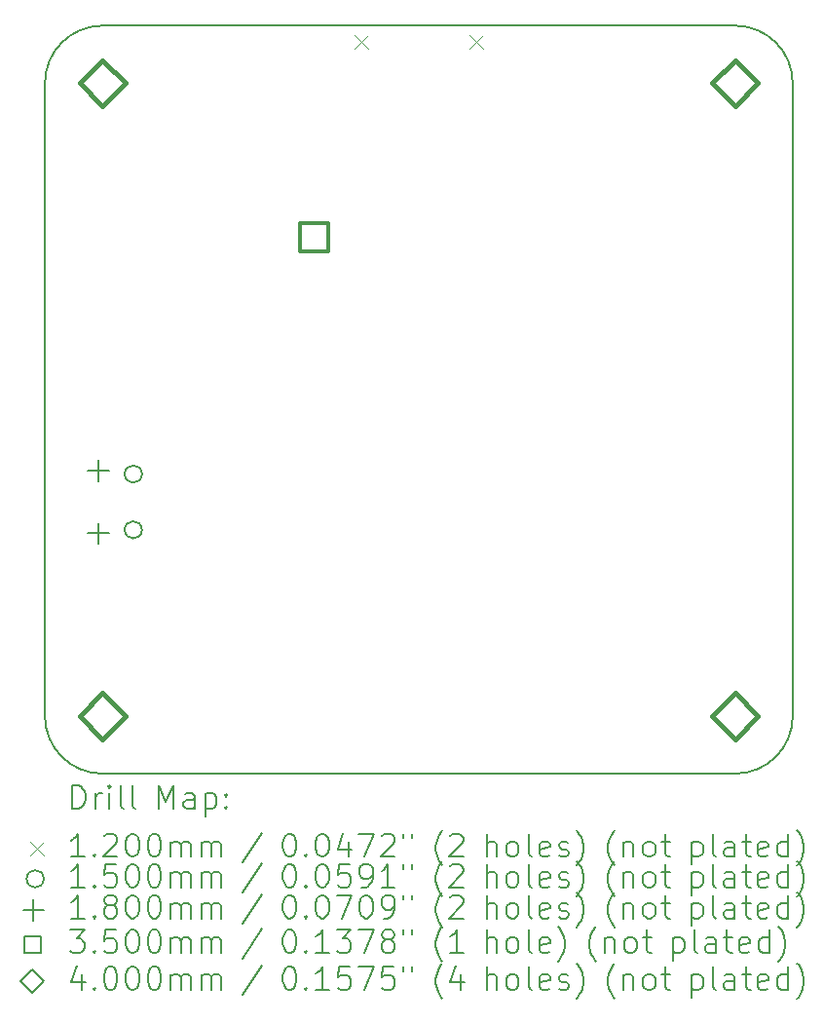
<source format=gbr>
%TF.GenerationSoftware,KiCad,Pcbnew,7.0.0-1.fc37*%
%TF.CreationDate,2023-03-02T16:58:47+00:00*%
%TF.ProjectId,led_strip_controller,6c65645f-7374-4726-9970-5f636f6e7472,4*%
%TF.SameCoordinates,Original*%
%TF.FileFunction,Drillmap*%
%TF.FilePolarity,Positive*%
%FSLAX45Y45*%
G04 Gerber Fmt 4.5, Leading zero omitted, Abs format (unit mm)*
G04 Created by KiCad (PCBNEW 7.0.0-1.fc37) date 2023-03-02 16:58:47*
%MOMM*%
%LPD*%
G01*
G04 APERTURE LIST*
%ADD10C,0.200000*%
%ADD11C,0.120000*%
%ADD12C,0.150000*%
%ADD13C,0.180000*%
%ADD14C,0.350000*%
%ADD15C,0.400000*%
G04 APERTURE END LIST*
D10*
X15722000Y-12000000D02*
G75*
G03*
X16222000Y-11500000I0J500000D01*
G01*
X16222000Y-6000000D02*
G75*
G03*
X15722000Y-5500000I-500000J0D01*
G01*
X9722000Y-11500000D02*
X9722000Y-6000000D01*
X10222000Y-5500000D02*
X15722000Y-5500000D01*
X15722000Y-12000000D02*
X10222000Y-12000000D01*
X16222000Y-6000000D02*
X16222000Y-11500000D01*
X9722000Y-11500000D02*
G75*
G03*
X10222000Y-12000000I500000J0D01*
G01*
X10222000Y-5500000D02*
G75*
G03*
X9722000Y-6000000I0J-500000D01*
G01*
D11*
X12412000Y-5582500D02*
X12532000Y-5702500D01*
X12532000Y-5582500D02*
X12412000Y-5702500D01*
X13412000Y-5582500D02*
X13532000Y-5702500D01*
X13532000Y-5582500D02*
X13412000Y-5702500D01*
D12*
X10565000Y-9396500D02*
G75*
G03*
X10565000Y-9396500I-75000J0D01*
G01*
X10565000Y-9881500D02*
G75*
G03*
X10565000Y-9881500I-75000J0D01*
G01*
D13*
X10187000Y-9276500D02*
X10187000Y-9456500D01*
X10097000Y-9366500D02*
X10277000Y-9366500D01*
X10187000Y-9821500D02*
X10187000Y-10001500D01*
X10097000Y-9911500D02*
X10277000Y-9911500D01*
D14*
X12187618Y-7463017D02*
X12187618Y-7215527D01*
X11940128Y-7215527D01*
X11940128Y-7463017D01*
X12187618Y-7463017D01*
D15*
X10222000Y-6200000D02*
X10422000Y-6000000D01*
X10222000Y-5800000D01*
X10022000Y-6000000D01*
X10222000Y-6200000D01*
X10222000Y-11700000D02*
X10422000Y-11500000D01*
X10222000Y-11300000D01*
X10022000Y-11500000D01*
X10222000Y-11700000D01*
X15722000Y-6200000D02*
X15922000Y-6000000D01*
X15722000Y-5800000D01*
X15522000Y-6000000D01*
X15722000Y-6200000D01*
X15722000Y-11700000D02*
X15922000Y-11500000D01*
X15722000Y-11300000D01*
X15522000Y-11500000D01*
X15722000Y-11700000D01*
D10*
X9959619Y-12303476D02*
X9959619Y-12103476D01*
X9959619Y-12103476D02*
X10007238Y-12103476D01*
X10007238Y-12103476D02*
X10035810Y-12113000D01*
X10035810Y-12113000D02*
X10054857Y-12132048D01*
X10054857Y-12132048D02*
X10064381Y-12151095D01*
X10064381Y-12151095D02*
X10073905Y-12189190D01*
X10073905Y-12189190D02*
X10073905Y-12217762D01*
X10073905Y-12217762D02*
X10064381Y-12255857D01*
X10064381Y-12255857D02*
X10054857Y-12274905D01*
X10054857Y-12274905D02*
X10035810Y-12293952D01*
X10035810Y-12293952D02*
X10007238Y-12303476D01*
X10007238Y-12303476D02*
X9959619Y-12303476D01*
X10159619Y-12303476D02*
X10159619Y-12170143D01*
X10159619Y-12208238D02*
X10169143Y-12189190D01*
X10169143Y-12189190D02*
X10178667Y-12179667D01*
X10178667Y-12179667D02*
X10197714Y-12170143D01*
X10197714Y-12170143D02*
X10216762Y-12170143D01*
X10283429Y-12303476D02*
X10283429Y-12170143D01*
X10283429Y-12103476D02*
X10273905Y-12113000D01*
X10273905Y-12113000D02*
X10283429Y-12122524D01*
X10283429Y-12122524D02*
X10292952Y-12113000D01*
X10292952Y-12113000D02*
X10283429Y-12103476D01*
X10283429Y-12103476D02*
X10283429Y-12122524D01*
X10407238Y-12303476D02*
X10388190Y-12293952D01*
X10388190Y-12293952D02*
X10378667Y-12274905D01*
X10378667Y-12274905D02*
X10378667Y-12103476D01*
X10512000Y-12303476D02*
X10492952Y-12293952D01*
X10492952Y-12293952D02*
X10483429Y-12274905D01*
X10483429Y-12274905D02*
X10483429Y-12103476D01*
X10708190Y-12303476D02*
X10708190Y-12103476D01*
X10708190Y-12103476D02*
X10774857Y-12246333D01*
X10774857Y-12246333D02*
X10841524Y-12103476D01*
X10841524Y-12103476D02*
X10841524Y-12303476D01*
X11022476Y-12303476D02*
X11022476Y-12198714D01*
X11022476Y-12198714D02*
X11012952Y-12179667D01*
X11012952Y-12179667D02*
X10993905Y-12170143D01*
X10993905Y-12170143D02*
X10955809Y-12170143D01*
X10955809Y-12170143D02*
X10936762Y-12179667D01*
X11022476Y-12293952D02*
X11003429Y-12303476D01*
X11003429Y-12303476D02*
X10955809Y-12303476D01*
X10955809Y-12303476D02*
X10936762Y-12293952D01*
X10936762Y-12293952D02*
X10927238Y-12274905D01*
X10927238Y-12274905D02*
X10927238Y-12255857D01*
X10927238Y-12255857D02*
X10936762Y-12236809D01*
X10936762Y-12236809D02*
X10955809Y-12227286D01*
X10955809Y-12227286D02*
X11003429Y-12227286D01*
X11003429Y-12227286D02*
X11022476Y-12217762D01*
X11117714Y-12170143D02*
X11117714Y-12370143D01*
X11117714Y-12179667D02*
X11136762Y-12170143D01*
X11136762Y-12170143D02*
X11174857Y-12170143D01*
X11174857Y-12170143D02*
X11193905Y-12179667D01*
X11193905Y-12179667D02*
X11203428Y-12189190D01*
X11203428Y-12189190D02*
X11212952Y-12208238D01*
X11212952Y-12208238D02*
X11212952Y-12265381D01*
X11212952Y-12265381D02*
X11203428Y-12284428D01*
X11203428Y-12284428D02*
X11193905Y-12293952D01*
X11193905Y-12293952D02*
X11174857Y-12303476D01*
X11174857Y-12303476D02*
X11136762Y-12303476D01*
X11136762Y-12303476D02*
X11117714Y-12293952D01*
X11298667Y-12284428D02*
X11308190Y-12293952D01*
X11308190Y-12293952D02*
X11298667Y-12303476D01*
X11298667Y-12303476D02*
X11289143Y-12293952D01*
X11289143Y-12293952D02*
X11298667Y-12284428D01*
X11298667Y-12284428D02*
X11298667Y-12303476D01*
X11298667Y-12179667D02*
X11308190Y-12189190D01*
X11308190Y-12189190D02*
X11298667Y-12198714D01*
X11298667Y-12198714D02*
X11289143Y-12189190D01*
X11289143Y-12189190D02*
X11298667Y-12179667D01*
X11298667Y-12179667D02*
X11298667Y-12198714D01*
D11*
X9592000Y-12590000D02*
X9712000Y-12710000D01*
X9712000Y-12590000D02*
X9592000Y-12710000D01*
D10*
X10064381Y-12723476D02*
X9950095Y-12723476D01*
X10007238Y-12723476D02*
X10007238Y-12523476D01*
X10007238Y-12523476D02*
X9988190Y-12552048D01*
X9988190Y-12552048D02*
X9969143Y-12571095D01*
X9969143Y-12571095D02*
X9950095Y-12580619D01*
X10150095Y-12704428D02*
X10159619Y-12713952D01*
X10159619Y-12713952D02*
X10150095Y-12723476D01*
X10150095Y-12723476D02*
X10140571Y-12713952D01*
X10140571Y-12713952D02*
X10150095Y-12704428D01*
X10150095Y-12704428D02*
X10150095Y-12723476D01*
X10235810Y-12542524D02*
X10245333Y-12533000D01*
X10245333Y-12533000D02*
X10264381Y-12523476D01*
X10264381Y-12523476D02*
X10312000Y-12523476D01*
X10312000Y-12523476D02*
X10331048Y-12533000D01*
X10331048Y-12533000D02*
X10340571Y-12542524D01*
X10340571Y-12542524D02*
X10350095Y-12561571D01*
X10350095Y-12561571D02*
X10350095Y-12580619D01*
X10350095Y-12580619D02*
X10340571Y-12609190D01*
X10340571Y-12609190D02*
X10226286Y-12723476D01*
X10226286Y-12723476D02*
X10350095Y-12723476D01*
X10473905Y-12523476D02*
X10492952Y-12523476D01*
X10492952Y-12523476D02*
X10512000Y-12533000D01*
X10512000Y-12533000D02*
X10521524Y-12542524D01*
X10521524Y-12542524D02*
X10531048Y-12561571D01*
X10531048Y-12561571D02*
X10540571Y-12599667D01*
X10540571Y-12599667D02*
X10540571Y-12647286D01*
X10540571Y-12647286D02*
X10531048Y-12685381D01*
X10531048Y-12685381D02*
X10521524Y-12704428D01*
X10521524Y-12704428D02*
X10512000Y-12713952D01*
X10512000Y-12713952D02*
X10492952Y-12723476D01*
X10492952Y-12723476D02*
X10473905Y-12723476D01*
X10473905Y-12723476D02*
X10454857Y-12713952D01*
X10454857Y-12713952D02*
X10445333Y-12704428D01*
X10445333Y-12704428D02*
X10435810Y-12685381D01*
X10435810Y-12685381D02*
X10426286Y-12647286D01*
X10426286Y-12647286D02*
X10426286Y-12599667D01*
X10426286Y-12599667D02*
X10435810Y-12561571D01*
X10435810Y-12561571D02*
X10445333Y-12542524D01*
X10445333Y-12542524D02*
X10454857Y-12533000D01*
X10454857Y-12533000D02*
X10473905Y-12523476D01*
X10664381Y-12523476D02*
X10683429Y-12523476D01*
X10683429Y-12523476D02*
X10702476Y-12533000D01*
X10702476Y-12533000D02*
X10712000Y-12542524D01*
X10712000Y-12542524D02*
X10721524Y-12561571D01*
X10721524Y-12561571D02*
X10731048Y-12599667D01*
X10731048Y-12599667D02*
X10731048Y-12647286D01*
X10731048Y-12647286D02*
X10721524Y-12685381D01*
X10721524Y-12685381D02*
X10712000Y-12704428D01*
X10712000Y-12704428D02*
X10702476Y-12713952D01*
X10702476Y-12713952D02*
X10683429Y-12723476D01*
X10683429Y-12723476D02*
X10664381Y-12723476D01*
X10664381Y-12723476D02*
X10645333Y-12713952D01*
X10645333Y-12713952D02*
X10635810Y-12704428D01*
X10635810Y-12704428D02*
X10626286Y-12685381D01*
X10626286Y-12685381D02*
X10616762Y-12647286D01*
X10616762Y-12647286D02*
X10616762Y-12599667D01*
X10616762Y-12599667D02*
X10626286Y-12561571D01*
X10626286Y-12561571D02*
X10635810Y-12542524D01*
X10635810Y-12542524D02*
X10645333Y-12533000D01*
X10645333Y-12533000D02*
X10664381Y-12523476D01*
X10816762Y-12723476D02*
X10816762Y-12590143D01*
X10816762Y-12609190D02*
X10826286Y-12599667D01*
X10826286Y-12599667D02*
X10845333Y-12590143D01*
X10845333Y-12590143D02*
X10873905Y-12590143D01*
X10873905Y-12590143D02*
X10892952Y-12599667D01*
X10892952Y-12599667D02*
X10902476Y-12618714D01*
X10902476Y-12618714D02*
X10902476Y-12723476D01*
X10902476Y-12618714D02*
X10912000Y-12599667D01*
X10912000Y-12599667D02*
X10931048Y-12590143D01*
X10931048Y-12590143D02*
X10959619Y-12590143D01*
X10959619Y-12590143D02*
X10978667Y-12599667D01*
X10978667Y-12599667D02*
X10988191Y-12618714D01*
X10988191Y-12618714D02*
X10988191Y-12723476D01*
X11083429Y-12723476D02*
X11083429Y-12590143D01*
X11083429Y-12609190D02*
X11092952Y-12599667D01*
X11092952Y-12599667D02*
X11112000Y-12590143D01*
X11112000Y-12590143D02*
X11140572Y-12590143D01*
X11140572Y-12590143D02*
X11159619Y-12599667D01*
X11159619Y-12599667D02*
X11169143Y-12618714D01*
X11169143Y-12618714D02*
X11169143Y-12723476D01*
X11169143Y-12618714D02*
X11178667Y-12599667D01*
X11178667Y-12599667D02*
X11197714Y-12590143D01*
X11197714Y-12590143D02*
X11226286Y-12590143D01*
X11226286Y-12590143D02*
X11245333Y-12599667D01*
X11245333Y-12599667D02*
X11254857Y-12618714D01*
X11254857Y-12618714D02*
X11254857Y-12723476D01*
X11612952Y-12513952D02*
X11441524Y-12771095D01*
X11837714Y-12523476D02*
X11856762Y-12523476D01*
X11856762Y-12523476D02*
X11875810Y-12533000D01*
X11875810Y-12533000D02*
X11885333Y-12542524D01*
X11885333Y-12542524D02*
X11894857Y-12561571D01*
X11894857Y-12561571D02*
X11904381Y-12599667D01*
X11904381Y-12599667D02*
X11904381Y-12647286D01*
X11904381Y-12647286D02*
X11894857Y-12685381D01*
X11894857Y-12685381D02*
X11885333Y-12704428D01*
X11885333Y-12704428D02*
X11875810Y-12713952D01*
X11875810Y-12713952D02*
X11856762Y-12723476D01*
X11856762Y-12723476D02*
X11837714Y-12723476D01*
X11837714Y-12723476D02*
X11818667Y-12713952D01*
X11818667Y-12713952D02*
X11809143Y-12704428D01*
X11809143Y-12704428D02*
X11799619Y-12685381D01*
X11799619Y-12685381D02*
X11790095Y-12647286D01*
X11790095Y-12647286D02*
X11790095Y-12599667D01*
X11790095Y-12599667D02*
X11799619Y-12561571D01*
X11799619Y-12561571D02*
X11809143Y-12542524D01*
X11809143Y-12542524D02*
X11818667Y-12533000D01*
X11818667Y-12533000D02*
X11837714Y-12523476D01*
X11990095Y-12704428D02*
X11999619Y-12713952D01*
X11999619Y-12713952D02*
X11990095Y-12723476D01*
X11990095Y-12723476D02*
X11980571Y-12713952D01*
X11980571Y-12713952D02*
X11990095Y-12704428D01*
X11990095Y-12704428D02*
X11990095Y-12723476D01*
X12123429Y-12523476D02*
X12142476Y-12523476D01*
X12142476Y-12523476D02*
X12161524Y-12533000D01*
X12161524Y-12533000D02*
X12171048Y-12542524D01*
X12171048Y-12542524D02*
X12180571Y-12561571D01*
X12180571Y-12561571D02*
X12190095Y-12599667D01*
X12190095Y-12599667D02*
X12190095Y-12647286D01*
X12190095Y-12647286D02*
X12180571Y-12685381D01*
X12180571Y-12685381D02*
X12171048Y-12704428D01*
X12171048Y-12704428D02*
X12161524Y-12713952D01*
X12161524Y-12713952D02*
X12142476Y-12723476D01*
X12142476Y-12723476D02*
X12123429Y-12723476D01*
X12123429Y-12723476D02*
X12104381Y-12713952D01*
X12104381Y-12713952D02*
X12094857Y-12704428D01*
X12094857Y-12704428D02*
X12085333Y-12685381D01*
X12085333Y-12685381D02*
X12075810Y-12647286D01*
X12075810Y-12647286D02*
X12075810Y-12599667D01*
X12075810Y-12599667D02*
X12085333Y-12561571D01*
X12085333Y-12561571D02*
X12094857Y-12542524D01*
X12094857Y-12542524D02*
X12104381Y-12533000D01*
X12104381Y-12533000D02*
X12123429Y-12523476D01*
X12361524Y-12590143D02*
X12361524Y-12723476D01*
X12313905Y-12513952D02*
X12266286Y-12656809D01*
X12266286Y-12656809D02*
X12390095Y-12656809D01*
X12447238Y-12523476D02*
X12580571Y-12523476D01*
X12580571Y-12523476D02*
X12494857Y-12723476D01*
X12647238Y-12542524D02*
X12656762Y-12533000D01*
X12656762Y-12533000D02*
X12675810Y-12523476D01*
X12675810Y-12523476D02*
X12723429Y-12523476D01*
X12723429Y-12523476D02*
X12742476Y-12533000D01*
X12742476Y-12533000D02*
X12752000Y-12542524D01*
X12752000Y-12542524D02*
X12761524Y-12561571D01*
X12761524Y-12561571D02*
X12761524Y-12580619D01*
X12761524Y-12580619D02*
X12752000Y-12609190D01*
X12752000Y-12609190D02*
X12637714Y-12723476D01*
X12637714Y-12723476D02*
X12761524Y-12723476D01*
X12837714Y-12523476D02*
X12837714Y-12561571D01*
X12913905Y-12523476D02*
X12913905Y-12561571D01*
X13176762Y-12799667D02*
X13167238Y-12790143D01*
X13167238Y-12790143D02*
X13148191Y-12761571D01*
X13148191Y-12761571D02*
X13138667Y-12742524D01*
X13138667Y-12742524D02*
X13129143Y-12713952D01*
X13129143Y-12713952D02*
X13119619Y-12666333D01*
X13119619Y-12666333D02*
X13119619Y-12628238D01*
X13119619Y-12628238D02*
X13129143Y-12580619D01*
X13129143Y-12580619D02*
X13138667Y-12552048D01*
X13138667Y-12552048D02*
X13148191Y-12533000D01*
X13148191Y-12533000D02*
X13167238Y-12504428D01*
X13167238Y-12504428D02*
X13176762Y-12494905D01*
X13243429Y-12542524D02*
X13252952Y-12533000D01*
X13252952Y-12533000D02*
X13272000Y-12523476D01*
X13272000Y-12523476D02*
X13319619Y-12523476D01*
X13319619Y-12523476D02*
X13338667Y-12533000D01*
X13338667Y-12533000D02*
X13348191Y-12542524D01*
X13348191Y-12542524D02*
X13357714Y-12561571D01*
X13357714Y-12561571D02*
X13357714Y-12580619D01*
X13357714Y-12580619D02*
X13348191Y-12609190D01*
X13348191Y-12609190D02*
X13233905Y-12723476D01*
X13233905Y-12723476D02*
X13357714Y-12723476D01*
X13563429Y-12723476D02*
X13563429Y-12523476D01*
X13649143Y-12723476D02*
X13649143Y-12618714D01*
X13649143Y-12618714D02*
X13639619Y-12599667D01*
X13639619Y-12599667D02*
X13620572Y-12590143D01*
X13620572Y-12590143D02*
X13592000Y-12590143D01*
X13592000Y-12590143D02*
X13572952Y-12599667D01*
X13572952Y-12599667D02*
X13563429Y-12609190D01*
X13772952Y-12723476D02*
X13753905Y-12713952D01*
X13753905Y-12713952D02*
X13744381Y-12704428D01*
X13744381Y-12704428D02*
X13734857Y-12685381D01*
X13734857Y-12685381D02*
X13734857Y-12628238D01*
X13734857Y-12628238D02*
X13744381Y-12609190D01*
X13744381Y-12609190D02*
X13753905Y-12599667D01*
X13753905Y-12599667D02*
X13772952Y-12590143D01*
X13772952Y-12590143D02*
X13801524Y-12590143D01*
X13801524Y-12590143D02*
X13820572Y-12599667D01*
X13820572Y-12599667D02*
X13830095Y-12609190D01*
X13830095Y-12609190D02*
X13839619Y-12628238D01*
X13839619Y-12628238D02*
X13839619Y-12685381D01*
X13839619Y-12685381D02*
X13830095Y-12704428D01*
X13830095Y-12704428D02*
X13820572Y-12713952D01*
X13820572Y-12713952D02*
X13801524Y-12723476D01*
X13801524Y-12723476D02*
X13772952Y-12723476D01*
X13953905Y-12723476D02*
X13934857Y-12713952D01*
X13934857Y-12713952D02*
X13925333Y-12694905D01*
X13925333Y-12694905D02*
X13925333Y-12523476D01*
X14106286Y-12713952D02*
X14087238Y-12723476D01*
X14087238Y-12723476D02*
X14049143Y-12723476D01*
X14049143Y-12723476D02*
X14030095Y-12713952D01*
X14030095Y-12713952D02*
X14020572Y-12694905D01*
X14020572Y-12694905D02*
X14020572Y-12618714D01*
X14020572Y-12618714D02*
X14030095Y-12599667D01*
X14030095Y-12599667D02*
X14049143Y-12590143D01*
X14049143Y-12590143D02*
X14087238Y-12590143D01*
X14087238Y-12590143D02*
X14106286Y-12599667D01*
X14106286Y-12599667D02*
X14115810Y-12618714D01*
X14115810Y-12618714D02*
X14115810Y-12637762D01*
X14115810Y-12637762D02*
X14020572Y-12656809D01*
X14192000Y-12713952D02*
X14211048Y-12723476D01*
X14211048Y-12723476D02*
X14249143Y-12723476D01*
X14249143Y-12723476D02*
X14268191Y-12713952D01*
X14268191Y-12713952D02*
X14277714Y-12694905D01*
X14277714Y-12694905D02*
X14277714Y-12685381D01*
X14277714Y-12685381D02*
X14268191Y-12666333D01*
X14268191Y-12666333D02*
X14249143Y-12656809D01*
X14249143Y-12656809D02*
X14220572Y-12656809D01*
X14220572Y-12656809D02*
X14201524Y-12647286D01*
X14201524Y-12647286D02*
X14192000Y-12628238D01*
X14192000Y-12628238D02*
X14192000Y-12618714D01*
X14192000Y-12618714D02*
X14201524Y-12599667D01*
X14201524Y-12599667D02*
X14220572Y-12590143D01*
X14220572Y-12590143D02*
X14249143Y-12590143D01*
X14249143Y-12590143D02*
X14268191Y-12599667D01*
X14344381Y-12799667D02*
X14353905Y-12790143D01*
X14353905Y-12790143D02*
X14372953Y-12761571D01*
X14372953Y-12761571D02*
X14382476Y-12742524D01*
X14382476Y-12742524D02*
X14392000Y-12713952D01*
X14392000Y-12713952D02*
X14401524Y-12666333D01*
X14401524Y-12666333D02*
X14401524Y-12628238D01*
X14401524Y-12628238D02*
X14392000Y-12580619D01*
X14392000Y-12580619D02*
X14382476Y-12552048D01*
X14382476Y-12552048D02*
X14372953Y-12533000D01*
X14372953Y-12533000D02*
X14353905Y-12504428D01*
X14353905Y-12504428D02*
X14344381Y-12494905D01*
X14673905Y-12799667D02*
X14664381Y-12790143D01*
X14664381Y-12790143D02*
X14645333Y-12761571D01*
X14645333Y-12761571D02*
X14635810Y-12742524D01*
X14635810Y-12742524D02*
X14626286Y-12713952D01*
X14626286Y-12713952D02*
X14616762Y-12666333D01*
X14616762Y-12666333D02*
X14616762Y-12628238D01*
X14616762Y-12628238D02*
X14626286Y-12580619D01*
X14626286Y-12580619D02*
X14635810Y-12552048D01*
X14635810Y-12552048D02*
X14645333Y-12533000D01*
X14645333Y-12533000D02*
X14664381Y-12504428D01*
X14664381Y-12504428D02*
X14673905Y-12494905D01*
X14750095Y-12590143D02*
X14750095Y-12723476D01*
X14750095Y-12609190D02*
X14759619Y-12599667D01*
X14759619Y-12599667D02*
X14778667Y-12590143D01*
X14778667Y-12590143D02*
X14807238Y-12590143D01*
X14807238Y-12590143D02*
X14826286Y-12599667D01*
X14826286Y-12599667D02*
X14835810Y-12618714D01*
X14835810Y-12618714D02*
X14835810Y-12723476D01*
X14959619Y-12723476D02*
X14940572Y-12713952D01*
X14940572Y-12713952D02*
X14931048Y-12704428D01*
X14931048Y-12704428D02*
X14921524Y-12685381D01*
X14921524Y-12685381D02*
X14921524Y-12628238D01*
X14921524Y-12628238D02*
X14931048Y-12609190D01*
X14931048Y-12609190D02*
X14940572Y-12599667D01*
X14940572Y-12599667D02*
X14959619Y-12590143D01*
X14959619Y-12590143D02*
X14988191Y-12590143D01*
X14988191Y-12590143D02*
X15007238Y-12599667D01*
X15007238Y-12599667D02*
X15016762Y-12609190D01*
X15016762Y-12609190D02*
X15026286Y-12628238D01*
X15026286Y-12628238D02*
X15026286Y-12685381D01*
X15026286Y-12685381D02*
X15016762Y-12704428D01*
X15016762Y-12704428D02*
X15007238Y-12713952D01*
X15007238Y-12713952D02*
X14988191Y-12723476D01*
X14988191Y-12723476D02*
X14959619Y-12723476D01*
X15083429Y-12590143D02*
X15159619Y-12590143D01*
X15112000Y-12523476D02*
X15112000Y-12694905D01*
X15112000Y-12694905D02*
X15121524Y-12713952D01*
X15121524Y-12713952D02*
X15140572Y-12723476D01*
X15140572Y-12723476D02*
X15159619Y-12723476D01*
X15346286Y-12590143D02*
X15346286Y-12790143D01*
X15346286Y-12599667D02*
X15365333Y-12590143D01*
X15365333Y-12590143D02*
X15403429Y-12590143D01*
X15403429Y-12590143D02*
X15422476Y-12599667D01*
X15422476Y-12599667D02*
X15432000Y-12609190D01*
X15432000Y-12609190D02*
X15441524Y-12628238D01*
X15441524Y-12628238D02*
X15441524Y-12685381D01*
X15441524Y-12685381D02*
X15432000Y-12704428D01*
X15432000Y-12704428D02*
X15422476Y-12713952D01*
X15422476Y-12713952D02*
X15403429Y-12723476D01*
X15403429Y-12723476D02*
X15365333Y-12723476D01*
X15365333Y-12723476D02*
X15346286Y-12713952D01*
X15555810Y-12723476D02*
X15536762Y-12713952D01*
X15536762Y-12713952D02*
X15527238Y-12694905D01*
X15527238Y-12694905D02*
X15527238Y-12523476D01*
X15717714Y-12723476D02*
X15717714Y-12618714D01*
X15717714Y-12618714D02*
X15708191Y-12599667D01*
X15708191Y-12599667D02*
X15689143Y-12590143D01*
X15689143Y-12590143D02*
X15651048Y-12590143D01*
X15651048Y-12590143D02*
X15632000Y-12599667D01*
X15717714Y-12713952D02*
X15698667Y-12723476D01*
X15698667Y-12723476D02*
X15651048Y-12723476D01*
X15651048Y-12723476D02*
X15632000Y-12713952D01*
X15632000Y-12713952D02*
X15622476Y-12694905D01*
X15622476Y-12694905D02*
X15622476Y-12675857D01*
X15622476Y-12675857D02*
X15632000Y-12656809D01*
X15632000Y-12656809D02*
X15651048Y-12647286D01*
X15651048Y-12647286D02*
X15698667Y-12647286D01*
X15698667Y-12647286D02*
X15717714Y-12637762D01*
X15784381Y-12590143D02*
X15860572Y-12590143D01*
X15812953Y-12523476D02*
X15812953Y-12694905D01*
X15812953Y-12694905D02*
X15822476Y-12713952D01*
X15822476Y-12713952D02*
X15841524Y-12723476D01*
X15841524Y-12723476D02*
X15860572Y-12723476D01*
X16003429Y-12713952D02*
X15984381Y-12723476D01*
X15984381Y-12723476D02*
X15946286Y-12723476D01*
X15946286Y-12723476D02*
X15927238Y-12713952D01*
X15927238Y-12713952D02*
X15917714Y-12694905D01*
X15917714Y-12694905D02*
X15917714Y-12618714D01*
X15917714Y-12618714D02*
X15927238Y-12599667D01*
X15927238Y-12599667D02*
X15946286Y-12590143D01*
X15946286Y-12590143D02*
X15984381Y-12590143D01*
X15984381Y-12590143D02*
X16003429Y-12599667D01*
X16003429Y-12599667D02*
X16012953Y-12618714D01*
X16012953Y-12618714D02*
X16012953Y-12637762D01*
X16012953Y-12637762D02*
X15917714Y-12656809D01*
X16184381Y-12723476D02*
X16184381Y-12523476D01*
X16184381Y-12713952D02*
X16165334Y-12723476D01*
X16165334Y-12723476D02*
X16127238Y-12723476D01*
X16127238Y-12723476D02*
X16108191Y-12713952D01*
X16108191Y-12713952D02*
X16098667Y-12704428D01*
X16098667Y-12704428D02*
X16089143Y-12685381D01*
X16089143Y-12685381D02*
X16089143Y-12628238D01*
X16089143Y-12628238D02*
X16098667Y-12609190D01*
X16098667Y-12609190D02*
X16108191Y-12599667D01*
X16108191Y-12599667D02*
X16127238Y-12590143D01*
X16127238Y-12590143D02*
X16165334Y-12590143D01*
X16165334Y-12590143D02*
X16184381Y-12599667D01*
X16260572Y-12799667D02*
X16270095Y-12790143D01*
X16270095Y-12790143D02*
X16289143Y-12761571D01*
X16289143Y-12761571D02*
X16298667Y-12742524D01*
X16298667Y-12742524D02*
X16308191Y-12713952D01*
X16308191Y-12713952D02*
X16317714Y-12666333D01*
X16317714Y-12666333D02*
X16317714Y-12628238D01*
X16317714Y-12628238D02*
X16308191Y-12580619D01*
X16308191Y-12580619D02*
X16298667Y-12552048D01*
X16298667Y-12552048D02*
X16289143Y-12533000D01*
X16289143Y-12533000D02*
X16270095Y-12504428D01*
X16270095Y-12504428D02*
X16260572Y-12494905D01*
D12*
X9712000Y-12914000D02*
G75*
G03*
X9712000Y-12914000I-75000J0D01*
G01*
D10*
X10064381Y-12987476D02*
X9950095Y-12987476D01*
X10007238Y-12987476D02*
X10007238Y-12787476D01*
X10007238Y-12787476D02*
X9988190Y-12816048D01*
X9988190Y-12816048D02*
X9969143Y-12835095D01*
X9969143Y-12835095D02*
X9950095Y-12844619D01*
X10150095Y-12968428D02*
X10159619Y-12977952D01*
X10159619Y-12977952D02*
X10150095Y-12987476D01*
X10150095Y-12987476D02*
X10140571Y-12977952D01*
X10140571Y-12977952D02*
X10150095Y-12968428D01*
X10150095Y-12968428D02*
X10150095Y-12987476D01*
X10340571Y-12787476D02*
X10245333Y-12787476D01*
X10245333Y-12787476D02*
X10235810Y-12882714D01*
X10235810Y-12882714D02*
X10245333Y-12873190D01*
X10245333Y-12873190D02*
X10264381Y-12863667D01*
X10264381Y-12863667D02*
X10312000Y-12863667D01*
X10312000Y-12863667D02*
X10331048Y-12873190D01*
X10331048Y-12873190D02*
X10340571Y-12882714D01*
X10340571Y-12882714D02*
X10350095Y-12901762D01*
X10350095Y-12901762D02*
X10350095Y-12949381D01*
X10350095Y-12949381D02*
X10340571Y-12968428D01*
X10340571Y-12968428D02*
X10331048Y-12977952D01*
X10331048Y-12977952D02*
X10312000Y-12987476D01*
X10312000Y-12987476D02*
X10264381Y-12987476D01*
X10264381Y-12987476D02*
X10245333Y-12977952D01*
X10245333Y-12977952D02*
X10235810Y-12968428D01*
X10473905Y-12787476D02*
X10492952Y-12787476D01*
X10492952Y-12787476D02*
X10512000Y-12797000D01*
X10512000Y-12797000D02*
X10521524Y-12806524D01*
X10521524Y-12806524D02*
X10531048Y-12825571D01*
X10531048Y-12825571D02*
X10540571Y-12863667D01*
X10540571Y-12863667D02*
X10540571Y-12911286D01*
X10540571Y-12911286D02*
X10531048Y-12949381D01*
X10531048Y-12949381D02*
X10521524Y-12968428D01*
X10521524Y-12968428D02*
X10512000Y-12977952D01*
X10512000Y-12977952D02*
X10492952Y-12987476D01*
X10492952Y-12987476D02*
X10473905Y-12987476D01*
X10473905Y-12987476D02*
X10454857Y-12977952D01*
X10454857Y-12977952D02*
X10445333Y-12968428D01*
X10445333Y-12968428D02*
X10435810Y-12949381D01*
X10435810Y-12949381D02*
X10426286Y-12911286D01*
X10426286Y-12911286D02*
X10426286Y-12863667D01*
X10426286Y-12863667D02*
X10435810Y-12825571D01*
X10435810Y-12825571D02*
X10445333Y-12806524D01*
X10445333Y-12806524D02*
X10454857Y-12797000D01*
X10454857Y-12797000D02*
X10473905Y-12787476D01*
X10664381Y-12787476D02*
X10683429Y-12787476D01*
X10683429Y-12787476D02*
X10702476Y-12797000D01*
X10702476Y-12797000D02*
X10712000Y-12806524D01*
X10712000Y-12806524D02*
X10721524Y-12825571D01*
X10721524Y-12825571D02*
X10731048Y-12863667D01*
X10731048Y-12863667D02*
X10731048Y-12911286D01*
X10731048Y-12911286D02*
X10721524Y-12949381D01*
X10721524Y-12949381D02*
X10712000Y-12968428D01*
X10712000Y-12968428D02*
X10702476Y-12977952D01*
X10702476Y-12977952D02*
X10683429Y-12987476D01*
X10683429Y-12987476D02*
X10664381Y-12987476D01*
X10664381Y-12987476D02*
X10645333Y-12977952D01*
X10645333Y-12977952D02*
X10635810Y-12968428D01*
X10635810Y-12968428D02*
X10626286Y-12949381D01*
X10626286Y-12949381D02*
X10616762Y-12911286D01*
X10616762Y-12911286D02*
X10616762Y-12863667D01*
X10616762Y-12863667D02*
X10626286Y-12825571D01*
X10626286Y-12825571D02*
X10635810Y-12806524D01*
X10635810Y-12806524D02*
X10645333Y-12797000D01*
X10645333Y-12797000D02*
X10664381Y-12787476D01*
X10816762Y-12987476D02*
X10816762Y-12854143D01*
X10816762Y-12873190D02*
X10826286Y-12863667D01*
X10826286Y-12863667D02*
X10845333Y-12854143D01*
X10845333Y-12854143D02*
X10873905Y-12854143D01*
X10873905Y-12854143D02*
X10892952Y-12863667D01*
X10892952Y-12863667D02*
X10902476Y-12882714D01*
X10902476Y-12882714D02*
X10902476Y-12987476D01*
X10902476Y-12882714D02*
X10912000Y-12863667D01*
X10912000Y-12863667D02*
X10931048Y-12854143D01*
X10931048Y-12854143D02*
X10959619Y-12854143D01*
X10959619Y-12854143D02*
X10978667Y-12863667D01*
X10978667Y-12863667D02*
X10988191Y-12882714D01*
X10988191Y-12882714D02*
X10988191Y-12987476D01*
X11083429Y-12987476D02*
X11083429Y-12854143D01*
X11083429Y-12873190D02*
X11092952Y-12863667D01*
X11092952Y-12863667D02*
X11112000Y-12854143D01*
X11112000Y-12854143D02*
X11140572Y-12854143D01*
X11140572Y-12854143D02*
X11159619Y-12863667D01*
X11159619Y-12863667D02*
X11169143Y-12882714D01*
X11169143Y-12882714D02*
X11169143Y-12987476D01*
X11169143Y-12882714D02*
X11178667Y-12863667D01*
X11178667Y-12863667D02*
X11197714Y-12854143D01*
X11197714Y-12854143D02*
X11226286Y-12854143D01*
X11226286Y-12854143D02*
X11245333Y-12863667D01*
X11245333Y-12863667D02*
X11254857Y-12882714D01*
X11254857Y-12882714D02*
X11254857Y-12987476D01*
X11612952Y-12777952D02*
X11441524Y-13035095D01*
X11837714Y-12787476D02*
X11856762Y-12787476D01*
X11856762Y-12787476D02*
X11875810Y-12797000D01*
X11875810Y-12797000D02*
X11885333Y-12806524D01*
X11885333Y-12806524D02*
X11894857Y-12825571D01*
X11894857Y-12825571D02*
X11904381Y-12863667D01*
X11904381Y-12863667D02*
X11904381Y-12911286D01*
X11904381Y-12911286D02*
X11894857Y-12949381D01*
X11894857Y-12949381D02*
X11885333Y-12968428D01*
X11885333Y-12968428D02*
X11875810Y-12977952D01*
X11875810Y-12977952D02*
X11856762Y-12987476D01*
X11856762Y-12987476D02*
X11837714Y-12987476D01*
X11837714Y-12987476D02*
X11818667Y-12977952D01*
X11818667Y-12977952D02*
X11809143Y-12968428D01*
X11809143Y-12968428D02*
X11799619Y-12949381D01*
X11799619Y-12949381D02*
X11790095Y-12911286D01*
X11790095Y-12911286D02*
X11790095Y-12863667D01*
X11790095Y-12863667D02*
X11799619Y-12825571D01*
X11799619Y-12825571D02*
X11809143Y-12806524D01*
X11809143Y-12806524D02*
X11818667Y-12797000D01*
X11818667Y-12797000D02*
X11837714Y-12787476D01*
X11990095Y-12968428D02*
X11999619Y-12977952D01*
X11999619Y-12977952D02*
X11990095Y-12987476D01*
X11990095Y-12987476D02*
X11980571Y-12977952D01*
X11980571Y-12977952D02*
X11990095Y-12968428D01*
X11990095Y-12968428D02*
X11990095Y-12987476D01*
X12123429Y-12787476D02*
X12142476Y-12787476D01*
X12142476Y-12787476D02*
X12161524Y-12797000D01*
X12161524Y-12797000D02*
X12171048Y-12806524D01*
X12171048Y-12806524D02*
X12180571Y-12825571D01*
X12180571Y-12825571D02*
X12190095Y-12863667D01*
X12190095Y-12863667D02*
X12190095Y-12911286D01*
X12190095Y-12911286D02*
X12180571Y-12949381D01*
X12180571Y-12949381D02*
X12171048Y-12968428D01*
X12171048Y-12968428D02*
X12161524Y-12977952D01*
X12161524Y-12977952D02*
X12142476Y-12987476D01*
X12142476Y-12987476D02*
X12123429Y-12987476D01*
X12123429Y-12987476D02*
X12104381Y-12977952D01*
X12104381Y-12977952D02*
X12094857Y-12968428D01*
X12094857Y-12968428D02*
X12085333Y-12949381D01*
X12085333Y-12949381D02*
X12075810Y-12911286D01*
X12075810Y-12911286D02*
X12075810Y-12863667D01*
X12075810Y-12863667D02*
X12085333Y-12825571D01*
X12085333Y-12825571D02*
X12094857Y-12806524D01*
X12094857Y-12806524D02*
X12104381Y-12797000D01*
X12104381Y-12797000D02*
X12123429Y-12787476D01*
X12371048Y-12787476D02*
X12275810Y-12787476D01*
X12275810Y-12787476D02*
X12266286Y-12882714D01*
X12266286Y-12882714D02*
X12275810Y-12873190D01*
X12275810Y-12873190D02*
X12294857Y-12863667D01*
X12294857Y-12863667D02*
X12342476Y-12863667D01*
X12342476Y-12863667D02*
X12361524Y-12873190D01*
X12361524Y-12873190D02*
X12371048Y-12882714D01*
X12371048Y-12882714D02*
X12380571Y-12901762D01*
X12380571Y-12901762D02*
X12380571Y-12949381D01*
X12380571Y-12949381D02*
X12371048Y-12968428D01*
X12371048Y-12968428D02*
X12361524Y-12977952D01*
X12361524Y-12977952D02*
X12342476Y-12987476D01*
X12342476Y-12987476D02*
X12294857Y-12987476D01*
X12294857Y-12987476D02*
X12275810Y-12977952D01*
X12275810Y-12977952D02*
X12266286Y-12968428D01*
X12475810Y-12987476D02*
X12513905Y-12987476D01*
X12513905Y-12987476D02*
X12532952Y-12977952D01*
X12532952Y-12977952D02*
X12542476Y-12968428D01*
X12542476Y-12968428D02*
X12561524Y-12939857D01*
X12561524Y-12939857D02*
X12571048Y-12901762D01*
X12571048Y-12901762D02*
X12571048Y-12825571D01*
X12571048Y-12825571D02*
X12561524Y-12806524D01*
X12561524Y-12806524D02*
X12552000Y-12797000D01*
X12552000Y-12797000D02*
X12532952Y-12787476D01*
X12532952Y-12787476D02*
X12494857Y-12787476D01*
X12494857Y-12787476D02*
X12475810Y-12797000D01*
X12475810Y-12797000D02*
X12466286Y-12806524D01*
X12466286Y-12806524D02*
X12456762Y-12825571D01*
X12456762Y-12825571D02*
X12456762Y-12873190D01*
X12456762Y-12873190D02*
X12466286Y-12892238D01*
X12466286Y-12892238D02*
X12475810Y-12901762D01*
X12475810Y-12901762D02*
X12494857Y-12911286D01*
X12494857Y-12911286D02*
X12532952Y-12911286D01*
X12532952Y-12911286D02*
X12552000Y-12901762D01*
X12552000Y-12901762D02*
X12561524Y-12892238D01*
X12561524Y-12892238D02*
X12571048Y-12873190D01*
X12761524Y-12987476D02*
X12647238Y-12987476D01*
X12704381Y-12987476D02*
X12704381Y-12787476D01*
X12704381Y-12787476D02*
X12685333Y-12816048D01*
X12685333Y-12816048D02*
X12666286Y-12835095D01*
X12666286Y-12835095D02*
X12647238Y-12844619D01*
X12837714Y-12787476D02*
X12837714Y-12825571D01*
X12913905Y-12787476D02*
X12913905Y-12825571D01*
X13176762Y-13063667D02*
X13167238Y-13054143D01*
X13167238Y-13054143D02*
X13148191Y-13025571D01*
X13148191Y-13025571D02*
X13138667Y-13006524D01*
X13138667Y-13006524D02*
X13129143Y-12977952D01*
X13129143Y-12977952D02*
X13119619Y-12930333D01*
X13119619Y-12930333D02*
X13119619Y-12892238D01*
X13119619Y-12892238D02*
X13129143Y-12844619D01*
X13129143Y-12844619D02*
X13138667Y-12816048D01*
X13138667Y-12816048D02*
X13148191Y-12797000D01*
X13148191Y-12797000D02*
X13167238Y-12768428D01*
X13167238Y-12768428D02*
X13176762Y-12758905D01*
X13243429Y-12806524D02*
X13252952Y-12797000D01*
X13252952Y-12797000D02*
X13272000Y-12787476D01*
X13272000Y-12787476D02*
X13319619Y-12787476D01*
X13319619Y-12787476D02*
X13338667Y-12797000D01*
X13338667Y-12797000D02*
X13348191Y-12806524D01*
X13348191Y-12806524D02*
X13357714Y-12825571D01*
X13357714Y-12825571D02*
X13357714Y-12844619D01*
X13357714Y-12844619D02*
X13348191Y-12873190D01*
X13348191Y-12873190D02*
X13233905Y-12987476D01*
X13233905Y-12987476D02*
X13357714Y-12987476D01*
X13563429Y-12987476D02*
X13563429Y-12787476D01*
X13649143Y-12987476D02*
X13649143Y-12882714D01*
X13649143Y-12882714D02*
X13639619Y-12863667D01*
X13639619Y-12863667D02*
X13620572Y-12854143D01*
X13620572Y-12854143D02*
X13592000Y-12854143D01*
X13592000Y-12854143D02*
X13572952Y-12863667D01*
X13572952Y-12863667D02*
X13563429Y-12873190D01*
X13772952Y-12987476D02*
X13753905Y-12977952D01*
X13753905Y-12977952D02*
X13744381Y-12968428D01*
X13744381Y-12968428D02*
X13734857Y-12949381D01*
X13734857Y-12949381D02*
X13734857Y-12892238D01*
X13734857Y-12892238D02*
X13744381Y-12873190D01*
X13744381Y-12873190D02*
X13753905Y-12863667D01*
X13753905Y-12863667D02*
X13772952Y-12854143D01*
X13772952Y-12854143D02*
X13801524Y-12854143D01*
X13801524Y-12854143D02*
X13820572Y-12863667D01*
X13820572Y-12863667D02*
X13830095Y-12873190D01*
X13830095Y-12873190D02*
X13839619Y-12892238D01*
X13839619Y-12892238D02*
X13839619Y-12949381D01*
X13839619Y-12949381D02*
X13830095Y-12968428D01*
X13830095Y-12968428D02*
X13820572Y-12977952D01*
X13820572Y-12977952D02*
X13801524Y-12987476D01*
X13801524Y-12987476D02*
X13772952Y-12987476D01*
X13953905Y-12987476D02*
X13934857Y-12977952D01*
X13934857Y-12977952D02*
X13925333Y-12958905D01*
X13925333Y-12958905D02*
X13925333Y-12787476D01*
X14106286Y-12977952D02*
X14087238Y-12987476D01*
X14087238Y-12987476D02*
X14049143Y-12987476D01*
X14049143Y-12987476D02*
X14030095Y-12977952D01*
X14030095Y-12977952D02*
X14020572Y-12958905D01*
X14020572Y-12958905D02*
X14020572Y-12882714D01*
X14020572Y-12882714D02*
X14030095Y-12863667D01*
X14030095Y-12863667D02*
X14049143Y-12854143D01*
X14049143Y-12854143D02*
X14087238Y-12854143D01*
X14087238Y-12854143D02*
X14106286Y-12863667D01*
X14106286Y-12863667D02*
X14115810Y-12882714D01*
X14115810Y-12882714D02*
X14115810Y-12901762D01*
X14115810Y-12901762D02*
X14020572Y-12920809D01*
X14192000Y-12977952D02*
X14211048Y-12987476D01*
X14211048Y-12987476D02*
X14249143Y-12987476D01*
X14249143Y-12987476D02*
X14268191Y-12977952D01*
X14268191Y-12977952D02*
X14277714Y-12958905D01*
X14277714Y-12958905D02*
X14277714Y-12949381D01*
X14277714Y-12949381D02*
X14268191Y-12930333D01*
X14268191Y-12930333D02*
X14249143Y-12920809D01*
X14249143Y-12920809D02*
X14220572Y-12920809D01*
X14220572Y-12920809D02*
X14201524Y-12911286D01*
X14201524Y-12911286D02*
X14192000Y-12892238D01*
X14192000Y-12892238D02*
X14192000Y-12882714D01*
X14192000Y-12882714D02*
X14201524Y-12863667D01*
X14201524Y-12863667D02*
X14220572Y-12854143D01*
X14220572Y-12854143D02*
X14249143Y-12854143D01*
X14249143Y-12854143D02*
X14268191Y-12863667D01*
X14344381Y-13063667D02*
X14353905Y-13054143D01*
X14353905Y-13054143D02*
X14372953Y-13025571D01*
X14372953Y-13025571D02*
X14382476Y-13006524D01*
X14382476Y-13006524D02*
X14392000Y-12977952D01*
X14392000Y-12977952D02*
X14401524Y-12930333D01*
X14401524Y-12930333D02*
X14401524Y-12892238D01*
X14401524Y-12892238D02*
X14392000Y-12844619D01*
X14392000Y-12844619D02*
X14382476Y-12816048D01*
X14382476Y-12816048D02*
X14372953Y-12797000D01*
X14372953Y-12797000D02*
X14353905Y-12768428D01*
X14353905Y-12768428D02*
X14344381Y-12758905D01*
X14673905Y-13063667D02*
X14664381Y-13054143D01*
X14664381Y-13054143D02*
X14645333Y-13025571D01*
X14645333Y-13025571D02*
X14635810Y-13006524D01*
X14635810Y-13006524D02*
X14626286Y-12977952D01*
X14626286Y-12977952D02*
X14616762Y-12930333D01*
X14616762Y-12930333D02*
X14616762Y-12892238D01*
X14616762Y-12892238D02*
X14626286Y-12844619D01*
X14626286Y-12844619D02*
X14635810Y-12816048D01*
X14635810Y-12816048D02*
X14645333Y-12797000D01*
X14645333Y-12797000D02*
X14664381Y-12768428D01*
X14664381Y-12768428D02*
X14673905Y-12758905D01*
X14750095Y-12854143D02*
X14750095Y-12987476D01*
X14750095Y-12873190D02*
X14759619Y-12863667D01*
X14759619Y-12863667D02*
X14778667Y-12854143D01*
X14778667Y-12854143D02*
X14807238Y-12854143D01*
X14807238Y-12854143D02*
X14826286Y-12863667D01*
X14826286Y-12863667D02*
X14835810Y-12882714D01*
X14835810Y-12882714D02*
X14835810Y-12987476D01*
X14959619Y-12987476D02*
X14940572Y-12977952D01*
X14940572Y-12977952D02*
X14931048Y-12968428D01*
X14931048Y-12968428D02*
X14921524Y-12949381D01*
X14921524Y-12949381D02*
X14921524Y-12892238D01*
X14921524Y-12892238D02*
X14931048Y-12873190D01*
X14931048Y-12873190D02*
X14940572Y-12863667D01*
X14940572Y-12863667D02*
X14959619Y-12854143D01*
X14959619Y-12854143D02*
X14988191Y-12854143D01*
X14988191Y-12854143D02*
X15007238Y-12863667D01*
X15007238Y-12863667D02*
X15016762Y-12873190D01*
X15016762Y-12873190D02*
X15026286Y-12892238D01*
X15026286Y-12892238D02*
X15026286Y-12949381D01*
X15026286Y-12949381D02*
X15016762Y-12968428D01*
X15016762Y-12968428D02*
X15007238Y-12977952D01*
X15007238Y-12977952D02*
X14988191Y-12987476D01*
X14988191Y-12987476D02*
X14959619Y-12987476D01*
X15083429Y-12854143D02*
X15159619Y-12854143D01*
X15112000Y-12787476D02*
X15112000Y-12958905D01*
X15112000Y-12958905D02*
X15121524Y-12977952D01*
X15121524Y-12977952D02*
X15140572Y-12987476D01*
X15140572Y-12987476D02*
X15159619Y-12987476D01*
X15346286Y-12854143D02*
X15346286Y-13054143D01*
X15346286Y-12863667D02*
X15365333Y-12854143D01*
X15365333Y-12854143D02*
X15403429Y-12854143D01*
X15403429Y-12854143D02*
X15422476Y-12863667D01*
X15422476Y-12863667D02*
X15432000Y-12873190D01*
X15432000Y-12873190D02*
X15441524Y-12892238D01*
X15441524Y-12892238D02*
X15441524Y-12949381D01*
X15441524Y-12949381D02*
X15432000Y-12968428D01*
X15432000Y-12968428D02*
X15422476Y-12977952D01*
X15422476Y-12977952D02*
X15403429Y-12987476D01*
X15403429Y-12987476D02*
X15365333Y-12987476D01*
X15365333Y-12987476D02*
X15346286Y-12977952D01*
X15555810Y-12987476D02*
X15536762Y-12977952D01*
X15536762Y-12977952D02*
X15527238Y-12958905D01*
X15527238Y-12958905D02*
X15527238Y-12787476D01*
X15717714Y-12987476D02*
X15717714Y-12882714D01*
X15717714Y-12882714D02*
X15708191Y-12863667D01*
X15708191Y-12863667D02*
X15689143Y-12854143D01*
X15689143Y-12854143D02*
X15651048Y-12854143D01*
X15651048Y-12854143D02*
X15632000Y-12863667D01*
X15717714Y-12977952D02*
X15698667Y-12987476D01*
X15698667Y-12987476D02*
X15651048Y-12987476D01*
X15651048Y-12987476D02*
X15632000Y-12977952D01*
X15632000Y-12977952D02*
X15622476Y-12958905D01*
X15622476Y-12958905D02*
X15622476Y-12939857D01*
X15622476Y-12939857D02*
X15632000Y-12920809D01*
X15632000Y-12920809D02*
X15651048Y-12911286D01*
X15651048Y-12911286D02*
X15698667Y-12911286D01*
X15698667Y-12911286D02*
X15717714Y-12901762D01*
X15784381Y-12854143D02*
X15860572Y-12854143D01*
X15812953Y-12787476D02*
X15812953Y-12958905D01*
X15812953Y-12958905D02*
X15822476Y-12977952D01*
X15822476Y-12977952D02*
X15841524Y-12987476D01*
X15841524Y-12987476D02*
X15860572Y-12987476D01*
X16003429Y-12977952D02*
X15984381Y-12987476D01*
X15984381Y-12987476D02*
X15946286Y-12987476D01*
X15946286Y-12987476D02*
X15927238Y-12977952D01*
X15927238Y-12977952D02*
X15917714Y-12958905D01*
X15917714Y-12958905D02*
X15917714Y-12882714D01*
X15917714Y-12882714D02*
X15927238Y-12863667D01*
X15927238Y-12863667D02*
X15946286Y-12854143D01*
X15946286Y-12854143D02*
X15984381Y-12854143D01*
X15984381Y-12854143D02*
X16003429Y-12863667D01*
X16003429Y-12863667D02*
X16012953Y-12882714D01*
X16012953Y-12882714D02*
X16012953Y-12901762D01*
X16012953Y-12901762D02*
X15917714Y-12920809D01*
X16184381Y-12987476D02*
X16184381Y-12787476D01*
X16184381Y-12977952D02*
X16165334Y-12987476D01*
X16165334Y-12987476D02*
X16127238Y-12987476D01*
X16127238Y-12987476D02*
X16108191Y-12977952D01*
X16108191Y-12977952D02*
X16098667Y-12968428D01*
X16098667Y-12968428D02*
X16089143Y-12949381D01*
X16089143Y-12949381D02*
X16089143Y-12892238D01*
X16089143Y-12892238D02*
X16098667Y-12873190D01*
X16098667Y-12873190D02*
X16108191Y-12863667D01*
X16108191Y-12863667D02*
X16127238Y-12854143D01*
X16127238Y-12854143D02*
X16165334Y-12854143D01*
X16165334Y-12854143D02*
X16184381Y-12863667D01*
X16260572Y-13063667D02*
X16270095Y-13054143D01*
X16270095Y-13054143D02*
X16289143Y-13025571D01*
X16289143Y-13025571D02*
X16298667Y-13006524D01*
X16298667Y-13006524D02*
X16308191Y-12977952D01*
X16308191Y-12977952D02*
X16317714Y-12930333D01*
X16317714Y-12930333D02*
X16317714Y-12892238D01*
X16317714Y-12892238D02*
X16308191Y-12844619D01*
X16308191Y-12844619D02*
X16298667Y-12816048D01*
X16298667Y-12816048D02*
X16289143Y-12797000D01*
X16289143Y-12797000D02*
X16270095Y-12768428D01*
X16270095Y-12768428D02*
X16260572Y-12758905D01*
D13*
X9622000Y-13094000D02*
X9622000Y-13274000D01*
X9532000Y-13184000D02*
X9712000Y-13184000D01*
D10*
X10064381Y-13257476D02*
X9950095Y-13257476D01*
X10007238Y-13257476D02*
X10007238Y-13057476D01*
X10007238Y-13057476D02*
X9988190Y-13086048D01*
X9988190Y-13086048D02*
X9969143Y-13105095D01*
X9969143Y-13105095D02*
X9950095Y-13114619D01*
X10150095Y-13238428D02*
X10159619Y-13247952D01*
X10159619Y-13247952D02*
X10150095Y-13257476D01*
X10150095Y-13257476D02*
X10140571Y-13247952D01*
X10140571Y-13247952D02*
X10150095Y-13238428D01*
X10150095Y-13238428D02*
X10150095Y-13257476D01*
X10273905Y-13143190D02*
X10254857Y-13133667D01*
X10254857Y-13133667D02*
X10245333Y-13124143D01*
X10245333Y-13124143D02*
X10235810Y-13105095D01*
X10235810Y-13105095D02*
X10235810Y-13095571D01*
X10235810Y-13095571D02*
X10245333Y-13076524D01*
X10245333Y-13076524D02*
X10254857Y-13067000D01*
X10254857Y-13067000D02*
X10273905Y-13057476D01*
X10273905Y-13057476D02*
X10312000Y-13057476D01*
X10312000Y-13057476D02*
X10331048Y-13067000D01*
X10331048Y-13067000D02*
X10340571Y-13076524D01*
X10340571Y-13076524D02*
X10350095Y-13095571D01*
X10350095Y-13095571D02*
X10350095Y-13105095D01*
X10350095Y-13105095D02*
X10340571Y-13124143D01*
X10340571Y-13124143D02*
X10331048Y-13133667D01*
X10331048Y-13133667D02*
X10312000Y-13143190D01*
X10312000Y-13143190D02*
X10273905Y-13143190D01*
X10273905Y-13143190D02*
X10254857Y-13152714D01*
X10254857Y-13152714D02*
X10245333Y-13162238D01*
X10245333Y-13162238D02*
X10235810Y-13181286D01*
X10235810Y-13181286D02*
X10235810Y-13219381D01*
X10235810Y-13219381D02*
X10245333Y-13238428D01*
X10245333Y-13238428D02*
X10254857Y-13247952D01*
X10254857Y-13247952D02*
X10273905Y-13257476D01*
X10273905Y-13257476D02*
X10312000Y-13257476D01*
X10312000Y-13257476D02*
X10331048Y-13247952D01*
X10331048Y-13247952D02*
X10340571Y-13238428D01*
X10340571Y-13238428D02*
X10350095Y-13219381D01*
X10350095Y-13219381D02*
X10350095Y-13181286D01*
X10350095Y-13181286D02*
X10340571Y-13162238D01*
X10340571Y-13162238D02*
X10331048Y-13152714D01*
X10331048Y-13152714D02*
X10312000Y-13143190D01*
X10473905Y-13057476D02*
X10492952Y-13057476D01*
X10492952Y-13057476D02*
X10512000Y-13067000D01*
X10512000Y-13067000D02*
X10521524Y-13076524D01*
X10521524Y-13076524D02*
X10531048Y-13095571D01*
X10531048Y-13095571D02*
X10540571Y-13133667D01*
X10540571Y-13133667D02*
X10540571Y-13181286D01*
X10540571Y-13181286D02*
X10531048Y-13219381D01*
X10531048Y-13219381D02*
X10521524Y-13238428D01*
X10521524Y-13238428D02*
X10512000Y-13247952D01*
X10512000Y-13247952D02*
X10492952Y-13257476D01*
X10492952Y-13257476D02*
X10473905Y-13257476D01*
X10473905Y-13257476D02*
X10454857Y-13247952D01*
X10454857Y-13247952D02*
X10445333Y-13238428D01*
X10445333Y-13238428D02*
X10435810Y-13219381D01*
X10435810Y-13219381D02*
X10426286Y-13181286D01*
X10426286Y-13181286D02*
X10426286Y-13133667D01*
X10426286Y-13133667D02*
X10435810Y-13095571D01*
X10435810Y-13095571D02*
X10445333Y-13076524D01*
X10445333Y-13076524D02*
X10454857Y-13067000D01*
X10454857Y-13067000D02*
X10473905Y-13057476D01*
X10664381Y-13057476D02*
X10683429Y-13057476D01*
X10683429Y-13057476D02*
X10702476Y-13067000D01*
X10702476Y-13067000D02*
X10712000Y-13076524D01*
X10712000Y-13076524D02*
X10721524Y-13095571D01*
X10721524Y-13095571D02*
X10731048Y-13133667D01*
X10731048Y-13133667D02*
X10731048Y-13181286D01*
X10731048Y-13181286D02*
X10721524Y-13219381D01*
X10721524Y-13219381D02*
X10712000Y-13238428D01*
X10712000Y-13238428D02*
X10702476Y-13247952D01*
X10702476Y-13247952D02*
X10683429Y-13257476D01*
X10683429Y-13257476D02*
X10664381Y-13257476D01*
X10664381Y-13257476D02*
X10645333Y-13247952D01*
X10645333Y-13247952D02*
X10635810Y-13238428D01*
X10635810Y-13238428D02*
X10626286Y-13219381D01*
X10626286Y-13219381D02*
X10616762Y-13181286D01*
X10616762Y-13181286D02*
X10616762Y-13133667D01*
X10616762Y-13133667D02*
X10626286Y-13095571D01*
X10626286Y-13095571D02*
X10635810Y-13076524D01*
X10635810Y-13076524D02*
X10645333Y-13067000D01*
X10645333Y-13067000D02*
X10664381Y-13057476D01*
X10816762Y-13257476D02*
X10816762Y-13124143D01*
X10816762Y-13143190D02*
X10826286Y-13133667D01*
X10826286Y-13133667D02*
X10845333Y-13124143D01*
X10845333Y-13124143D02*
X10873905Y-13124143D01*
X10873905Y-13124143D02*
X10892952Y-13133667D01*
X10892952Y-13133667D02*
X10902476Y-13152714D01*
X10902476Y-13152714D02*
X10902476Y-13257476D01*
X10902476Y-13152714D02*
X10912000Y-13133667D01*
X10912000Y-13133667D02*
X10931048Y-13124143D01*
X10931048Y-13124143D02*
X10959619Y-13124143D01*
X10959619Y-13124143D02*
X10978667Y-13133667D01*
X10978667Y-13133667D02*
X10988191Y-13152714D01*
X10988191Y-13152714D02*
X10988191Y-13257476D01*
X11083429Y-13257476D02*
X11083429Y-13124143D01*
X11083429Y-13143190D02*
X11092952Y-13133667D01*
X11092952Y-13133667D02*
X11112000Y-13124143D01*
X11112000Y-13124143D02*
X11140572Y-13124143D01*
X11140572Y-13124143D02*
X11159619Y-13133667D01*
X11159619Y-13133667D02*
X11169143Y-13152714D01*
X11169143Y-13152714D02*
X11169143Y-13257476D01*
X11169143Y-13152714D02*
X11178667Y-13133667D01*
X11178667Y-13133667D02*
X11197714Y-13124143D01*
X11197714Y-13124143D02*
X11226286Y-13124143D01*
X11226286Y-13124143D02*
X11245333Y-13133667D01*
X11245333Y-13133667D02*
X11254857Y-13152714D01*
X11254857Y-13152714D02*
X11254857Y-13257476D01*
X11612952Y-13047952D02*
X11441524Y-13305095D01*
X11837714Y-13057476D02*
X11856762Y-13057476D01*
X11856762Y-13057476D02*
X11875810Y-13067000D01*
X11875810Y-13067000D02*
X11885333Y-13076524D01*
X11885333Y-13076524D02*
X11894857Y-13095571D01*
X11894857Y-13095571D02*
X11904381Y-13133667D01*
X11904381Y-13133667D02*
X11904381Y-13181286D01*
X11904381Y-13181286D02*
X11894857Y-13219381D01*
X11894857Y-13219381D02*
X11885333Y-13238428D01*
X11885333Y-13238428D02*
X11875810Y-13247952D01*
X11875810Y-13247952D02*
X11856762Y-13257476D01*
X11856762Y-13257476D02*
X11837714Y-13257476D01*
X11837714Y-13257476D02*
X11818667Y-13247952D01*
X11818667Y-13247952D02*
X11809143Y-13238428D01*
X11809143Y-13238428D02*
X11799619Y-13219381D01*
X11799619Y-13219381D02*
X11790095Y-13181286D01*
X11790095Y-13181286D02*
X11790095Y-13133667D01*
X11790095Y-13133667D02*
X11799619Y-13095571D01*
X11799619Y-13095571D02*
X11809143Y-13076524D01*
X11809143Y-13076524D02*
X11818667Y-13067000D01*
X11818667Y-13067000D02*
X11837714Y-13057476D01*
X11990095Y-13238428D02*
X11999619Y-13247952D01*
X11999619Y-13247952D02*
X11990095Y-13257476D01*
X11990095Y-13257476D02*
X11980571Y-13247952D01*
X11980571Y-13247952D02*
X11990095Y-13238428D01*
X11990095Y-13238428D02*
X11990095Y-13257476D01*
X12123429Y-13057476D02*
X12142476Y-13057476D01*
X12142476Y-13057476D02*
X12161524Y-13067000D01*
X12161524Y-13067000D02*
X12171048Y-13076524D01*
X12171048Y-13076524D02*
X12180571Y-13095571D01*
X12180571Y-13095571D02*
X12190095Y-13133667D01*
X12190095Y-13133667D02*
X12190095Y-13181286D01*
X12190095Y-13181286D02*
X12180571Y-13219381D01*
X12180571Y-13219381D02*
X12171048Y-13238428D01*
X12171048Y-13238428D02*
X12161524Y-13247952D01*
X12161524Y-13247952D02*
X12142476Y-13257476D01*
X12142476Y-13257476D02*
X12123429Y-13257476D01*
X12123429Y-13257476D02*
X12104381Y-13247952D01*
X12104381Y-13247952D02*
X12094857Y-13238428D01*
X12094857Y-13238428D02*
X12085333Y-13219381D01*
X12085333Y-13219381D02*
X12075810Y-13181286D01*
X12075810Y-13181286D02*
X12075810Y-13133667D01*
X12075810Y-13133667D02*
X12085333Y-13095571D01*
X12085333Y-13095571D02*
X12094857Y-13076524D01*
X12094857Y-13076524D02*
X12104381Y-13067000D01*
X12104381Y-13067000D02*
X12123429Y-13057476D01*
X12256762Y-13057476D02*
X12390095Y-13057476D01*
X12390095Y-13057476D02*
X12304381Y-13257476D01*
X12504381Y-13057476D02*
X12523429Y-13057476D01*
X12523429Y-13057476D02*
X12542476Y-13067000D01*
X12542476Y-13067000D02*
X12552000Y-13076524D01*
X12552000Y-13076524D02*
X12561524Y-13095571D01*
X12561524Y-13095571D02*
X12571048Y-13133667D01*
X12571048Y-13133667D02*
X12571048Y-13181286D01*
X12571048Y-13181286D02*
X12561524Y-13219381D01*
X12561524Y-13219381D02*
X12552000Y-13238428D01*
X12552000Y-13238428D02*
X12542476Y-13247952D01*
X12542476Y-13247952D02*
X12523429Y-13257476D01*
X12523429Y-13257476D02*
X12504381Y-13257476D01*
X12504381Y-13257476D02*
X12485333Y-13247952D01*
X12485333Y-13247952D02*
X12475810Y-13238428D01*
X12475810Y-13238428D02*
X12466286Y-13219381D01*
X12466286Y-13219381D02*
X12456762Y-13181286D01*
X12456762Y-13181286D02*
X12456762Y-13133667D01*
X12456762Y-13133667D02*
X12466286Y-13095571D01*
X12466286Y-13095571D02*
X12475810Y-13076524D01*
X12475810Y-13076524D02*
X12485333Y-13067000D01*
X12485333Y-13067000D02*
X12504381Y-13057476D01*
X12666286Y-13257476D02*
X12704381Y-13257476D01*
X12704381Y-13257476D02*
X12723429Y-13247952D01*
X12723429Y-13247952D02*
X12732952Y-13238428D01*
X12732952Y-13238428D02*
X12752000Y-13209857D01*
X12752000Y-13209857D02*
X12761524Y-13171762D01*
X12761524Y-13171762D02*
X12761524Y-13095571D01*
X12761524Y-13095571D02*
X12752000Y-13076524D01*
X12752000Y-13076524D02*
X12742476Y-13067000D01*
X12742476Y-13067000D02*
X12723429Y-13057476D01*
X12723429Y-13057476D02*
X12685333Y-13057476D01*
X12685333Y-13057476D02*
X12666286Y-13067000D01*
X12666286Y-13067000D02*
X12656762Y-13076524D01*
X12656762Y-13076524D02*
X12647238Y-13095571D01*
X12647238Y-13095571D02*
X12647238Y-13143190D01*
X12647238Y-13143190D02*
X12656762Y-13162238D01*
X12656762Y-13162238D02*
X12666286Y-13171762D01*
X12666286Y-13171762D02*
X12685333Y-13181286D01*
X12685333Y-13181286D02*
X12723429Y-13181286D01*
X12723429Y-13181286D02*
X12742476Y-13171762D01*
X12742476Y-13171762D02*
X12752000Y-13162238D01*
X12752000Y-13162238D02*
X12761524Y-13143190D01*
X12837714Y-13057476D02*
X12837714Y-13095571D01*
X12913905Y-13057476D02*
X12913905Y-13095571D01*
X13176762Y-13333667D02*
X13167238Y-13324143D01*
X13167238Y-13324143D02*
X13148191Y-13295571D01*
X13148191Y-13295571D02*
X13138667Y-13276524D01*
X13138667Y-13276524D02*
X13129143Y-13247952D01*
X13129143Y-13247952D02*
X13119619Y-13200333D01*
X13119619Y-13200333D02*
X13119619Y-13162238D01*
X13119619Y-13162238D02*
X13129143Y-13114619D01*
X13129143Y-13114619D02*
X13138667Y-13086048D01*
X13138667Y-13086048D02*
X13148191Y-13067000D01*
X13148191Y-13067000D02*
X13167238Y-13038428D01*
X13167238Y-13038428D02*
X13176762Y-13028905D01*
X13243429Y-13076524D02*
X13252952Y-13067000D01*
X13252952Y-13067000D02*
X13272000Y-13057476D01*
X13272000Y-13057476D02*
X13319619Y-13057476D01*
X13319619Y-13057476D02*
X13338667Y-13067000D01*
X13338667Y-13067000D02*
X13348191Y-13076524D01*
X13348191Y-13076524D02*
X13357714Y-13095571D01*
X13357714Y-13095571D02*
X13357714Y-13114619D01*
X13357714Y-13114619D02*
X13348191Y-13143190D01*
X13348191Y-13143190D02*
X13233905Y-13257476D01*
X13233905Y-13257476D02*
X13357714Y-13257476D01*
X13563429Y-13257476D02*
X13563429Y-13057476D01*
X13649143Y-13257476D02*
X13649143Y-13152714D01*
X13649143Y-13152714D02*
X13639619Y-13133667D01*
X13639619Y-13133667D02*
X13620572Y-13124143D01*
X13620572Y-13124143D02*
X13592000Y-13124143D01*
X13592000Y-13124143D02*
X13572952Y-13133667D01*
X13572952Y-13133667D02*
X13563429Y-13143190D01*
X13772952Y-13257476D02*
X13753905Y-13247952D01*
X13753905Y-13247952D02*
X13744381Y-13238428D01*
X13744381Y-13238428D02*
X13734857Y-13219381D01*
X13734857Y-13219381D02*
X13734857Y-13162238D01*
X13734857Y-13162238D02*
X13744381Y-13143190D01*
X13744381Y-13143190D02*
X13753905Y-13133667D01*
X13753905Y-13133667D02*
X13772952Y-13124143D01*
X13772952Y-13124143D02*
X13801524Y-13124143D01*
X13801524Y-13124143D02*
X13820572Y-13133667D01*
X13820572Y-13133667D02*
X13830095Y-13143190D01*
X13830095Y-13143190D02*
X13839619Y-13162238D01*
X13839619Y-13162238D02*
X13839619Y-13219381D01*
X13839619Y-13219381D02*
X13830095Y-13238428D01*
X13830095Y-13238428D02*
X13820572Y-13247952D01*
X13820572Y-13247952D02*
X13801524Y-13257476D01*
X13801524Y-13257476D02*
X13772952Y-13257476D01*
X13953905Y-13257476D02*
X13934857Y-13247952D01*
X13934857Y-13247952D02*
X13925333Y-13228905D01*
X13925333Y-13228905D02*
X13925333Y-13057476D01*
X14106286Y-13247952D02*
X14087238Y-13257476D01*
X14087238Y-13257476D02*
X14049143Y-13257476D01*
X14049143Y-13257476D02*
X14030095Y-13247952D01*
X14030095Y-13247952D02*
X14020572Y-13228905D01*
X14020572Y-13228905D02*
X14020572Y-13152714D01*
X14020572Y-13152714D02*
X14030095Y-13133667D01*
X14030095Y-13133667D02*
X14049143Y-13124143D01*
X14049143Y-13124143D02*
X14087238Y-13124143D01*
X14087238Y-13124143D02*
X14106286Y-13133667D01*
X14106286Y-13133667D02*
X14115810Y-13152714D01*
X14115810Y-13152714D02*
X14115810Y-13171762D01*
X14115810Y-13171762D02*
X14020572Y-13190809D01*
X14192000Y-13247952D02*
X14211048Y-13257476D01*
X14211048Y-13257476D02*
X14249143Y-13257476D01*
X14249143Y-13257476D02*
X14268191Y-13247952D01*
X14268191Y-13247952D02*
X14277714Y-13228905D01*
X14277714Y-13228905D02*
X14277714Y-13219381D01*
X14277714Y-13219381D02*
X14268191Y-13200333D01*
X14268191Y-13200333D02*
X14249143Y-13190809D01*
X14249143Y-13190809D02*
X14220572Y-13190809D01*
X14220572Y-13190809D02*
X14201524Y-13181286D01*
X14201524Y-13181286D02*
X14192000Y-13162238D01*
X14192000Y-13162238D02*
X14192000Y-13152714D01*
X14192000Y-13152714D02*
X14201524Y-13133667D01*
X14201524Y-13133667D02*
X14220572Y-13124143D01*
X14220572Y-13124143D02*
X14249143Y-13124143D01*
X14249143Y-13124143D02*
X14268191Y-13133667D01*
X14344381Y-13333667D02*
X14353905Y-13324143D01*
X14353905Y-13324143D02*
X14372953Y-13295571D01*
X14372953Y-13295571D02*
X14382476Y-13276524D01*
X14382476Y-13276524D02*
X14392000Y-13247952D01*
X14392000Y-13247952D02*
X14401524Y-13200333D01*
X14401524Y-13200333D02*
X14401524Y-13162238D01*
X14401524Y-13162238D02*
X14392000Y-13114619D01*
X14392000Y-13114619D02*
X14382476Y-13086048D01*
X14382476Y-13086048D02*
X14372953Y-13067000D01*
X14372953Y-13067000D02*
X14353905Y-13038428D01*
X14353905Y-13038428D02*
X14344381Y-13028905D01*
X14673905Y-13333667D02*
X14664381Y-13324143D01*
X14664381Y-13324143D02*
X14645333Y-13295571D01*
X14645333Y-13295571D02*
X14635810Y-13276524D01*
X14635810Y-13276524D02*
X14626286Y-13247952D01*
X14626286Y-13247952D02*
X14616762Y-13200333D01*
X14616762Y-13200333D02*
X14616762Y-13162238D01*
X14616762Y-13162238D02*
X14626286Y-13114619D01*
X14626286Y-13114619D02*
X14635810Y-13086048D01*
X14635810Y-13086048D02*
X14645333Y-13067000D01*
X14645333Y-13067000D02*
X14664381Y-13038428D01*
X14664381Y-13038428D02*
X14673905Y-13028905D01*
X14750095Y-13124143D02*
X14750095Y-13257476D01*
X14750095Y-13143190D02*
X14759619Y-13133667D01*
X14759619Y-13133667D02*
X14778667Y-13124143D01*
X14778667Y-13124143D02*
X14807238Y-13124143D01*
X14807238Y-13124143D02*
X14826286Y-13133667D01*
X14826286Y-13133667D02*
X14835810Y-13152714D01*
X14835810Y-13152714D02*
X14835810Y-13257476D01*
X14959619Y-13257476D02*
X14940572Y-13247952D01*
X14940572Y-13247952D02*
X14931048Y-13238428D01*
X14931048Y-13238428D02*
X14921524Y-13219381D01*
X14921524Y-13219381D02*
X14921524Y-13162238D01*
X14921524Y-13162238D02*
X14931048Y-13143190D01*
X14931048Y-13143190D02*
X14940572Y-13133667D01*
X14940572Y-13133667D02*
X14959619Y-13124143D01*
X14959619Y-13124143D02*
X14988191Y-13124143D01*
X14988191Y-13124143D02*
X15007238Y-13133667D01*
X15007238Y-13133667D02*
X15016762Y-13143190D01*
X15016762Y-13143190D02*
X15026286Y-13162238D01*
X15026286Y-13162238D02*
X15026286Y-13219381D01*
X15026286Y-13219381D02*
X15016762Y-13238428D01*
X15016762Y-13238428D02*
X15007238Y-13247952D01*
X15007238Y-13247952D02*
X14988191Y-13257476D01*
X14988191Y-13257476D02*
X14959619Y-13257476D01*
X15083429Y-13124143D02*
X15159619Y-13124143D01*
X15112000Y-13057476D02*
X15112000Y-13228905D01*
X15112000Y-13228905D02*
X15121524Y-13247952D01*
X15121524Y-13247952D02*
X15140572Y-13257476D01*
X15140572Y-13257476D02*
X15159619Y-13257476D01*
X15346286Y-13124143D02*
X15346286Y-13324143D01*
X15346286Y-13133667D02*
X15365333Y-13124143D01*
X15365333Y-13124143D02*
X15403429Y-13124143D01*
X15403429Y-13124143D02*
X15422476Y-13133667D01*
X15422476Y-13133667D02*
X15432000Y-13143190D01*
X15432000Y-13143190D02*
X15441524Y-13162238D01*
X15441524Y-13162238D02*
X15441524Y-13219381D01*
X15441524Y-13219381D02*
X15432000Y-13238428D01*
X15432000Y-13238428D02*
X15422476Y-13247952D01*
X15422476Y-13247952D02*
X15403429Y-13257476D01*
X15403429Y-13257476D02*
X15365333Y-13257476D01*
X15365333Y-13257476D02*
X15346286Y-13247952D01*
X15555810Y-13257476D02*
X15536762Y-13247952D01*
X15536762Y-13247952D02*
X15527238Y-13228905D01*
X15527238Y-13228905D02*
X15527238Y-13057476D01*
X15717714Y-13257476D02*
X15717714Y-13152714D01*
X15717714Y-13152714D02*
X15708191Y-13133667D01*
X15708191Y-13133667D02*
X15689143Y-13124143D01*
X15689143Y-13124143D02*
X15651048Y-13124143D01*
X15651048Y-13124143D02*
X15632000Y-13133667D01*
X15717714Y-13247952D02*
X15698667Y-13257476D01*
X15698667Y-13257476D02*
X15651048Y-13257476D01*
X15651048Y-13257476D02*
X15632000Y-13247952D01*
X15632000Y-13247952D02*
X15622476Y-13228905D01*
X15622476Y-13228905D02*
X15622476Y-13209857D01*
X15622476Y-13209857D02*
X15632000Y-13190809D01*
X15632000Y-13190809D02*
X15651048Y-13181286D01*
X15651048Y-13181286D02*
X15698667Y-13181286D01*
X15698667Y-13181286D02*
X15717714Y-13171762D01*
X15784381Y-13124143D02*
X15860572Y-13124143D01*
X15812953Y-13057476D02*
X15812953Y-13228905D01*
X15812953Y-13228905D02*
X15822476Y-13247952D01*
X15822476Y-13247952D02*
X15841524Y-13257476D01*
X15841524Y-13257476D02*
X15860572Y-13257476D01*
X16003429Y-13247952D02*
X15984381Y-13257476D01*
X15984381Y-13257476D02*
X15946286Y-13257476D01*
X15946286Y-13257476D02*
X15927238Y-13247952D01*
X15927238Y-13247952D02*
X15917714Y-13228905D01*
X15917714Y-13228905D02*
X15917714Y-13152714D01*
X15917714Y-13152714D02*
X15927238Y-13133667D01*
X15927238Y-13133667D02*
X15946286Y-13124143D01*
X15946286Y-13124143D02*
X15984381Y-13124143D01*
X15984381Y-13124143D02*
X16003429Y-13133667D01*
X16003429Y-13133667D02*
X16012953Y-13152714D01*
X16012953Y-13152714D02*
X16012953Y-13171762D01*
X16012953Y-13171762D02*
X15917714Y-13190809D01*
X16184381Y-13257476D02*
X16184381Y-13057476D01*
X16184381Y-13247952D02*
X16165334Y-13257476D01*
X16165334Y-13257476D02*
X16127238Y-13257476D01*
X16127238Y-13257476D02*
X16108191Y-13247952D01*
X16108191Y-13247952D02*
X16098667Y-13238428D01*
X16098667Y-13238428D02*
X16089143Y-13219381D01*
X16089143Y-13219381D02*
X16089143Y-13162238D01*
X16089143Y-13162238D02*
X16098667Y-13143190D01*
X16098667Y-13143190D02*
X16108191Y-13133667D01*
X16108191Y-13133667D02*
X16127238Y-13124143D01*
X16127238Y-13124143D02*
X16165334Y-13124143D01*
X16165334Y-13124143D02*
X16184381Y-13133667D01*
X16260572Y-13333667D02*
X16270095Y-13324143D01*
X16270095Y-13324143D02*
X16289143Y-13295571D01*
X16289143Y-13295571D02*
X16298667Y-13276524D01*
X16298667Y-13276524D02*
X16308191Y-13247952D01*
X16308191Y-13247952D02*
X16317714Y-13200333D01*
X16317714Y-13200333D02*
X16317714Y-13162238D01*
X16317714Y-13162238D02*
X16308191Y-13114619D01*
X16308191Y-13114619D02*
X16298667Y-13086048D01*
X16298667Y-13086048D02*
X16289143Y-13067000D01*
X16289143Y-13067000D02*
X16270095Y-13038428D01*
X16270095Y-13038428D02*
X16260572Y-13028905D01*
X9682711Y-13554711D02*
X9682711Y-13413289D01*
X9541289Y-13413289D01*
X9541289Y-13554711D01*
X9682711Y-13554711D01*
X9940571Y-13357476D02*
X10064381Y-13357476D01*
X10064381Y-13357476D02*
X9997714Y-13433667D01*
X9997714Y-13433667D02*
X10026286Y-13433667D01*
X10026286Y-13433667D02*
X10045333Y-13443190D01*
X10045333Y-13443190D02*
X10054857Y-13452714D01*
X10054857Y-13452714D02*
X10064381Y-13471762D01*
X10064381Y-13471762D02*
X10064381Y-13519381D01*
X10064381Y-13519381D02*
X10054857Y-13538428D01*
X10054857Y-13538428D02*
X10045333Y-13547952D01*
X10045333Y-13547952D02*
X10026286Y-13557476D01*
X10026286Y-13557476D02*
X9969143Y-13557476D01*
X9969143Y-13557476D02*
X9950095Y-13547952D01*
X9950095Y-13547952D02*
X9940571Y-13538428D01*
X10150095Y-13538428D02*
X10159619Y-13547952D01*
X10159619Y-13547952D02*
X10150095Y-13557476D01*
X10150095Y-13557476D02*
X10140571Y-13547952D01*
X10140571Y-13547952D02*
X10150095Y-13538428D01*
X10150095Y-13538428D02*
X10150095Y-13557476D01*
X10340571Y-13357476D02*
X10245333Y-13357476D01*
X10245333Y-13357476D02*
X10235810Y-13452714D01*
X10235810Y-13452714D02*
X10245333Y-13443190D01*
X10245333Y-13443190D02*
X10264381Y-13433667D01*
X10264381Y-13433667D02*
X10312000Y-13433667D01*
X10312000Y-13433667D02*
X10331048Y-13443190D01*
X10331048Y-13443190D02*
X10340571Y-13452714D01*
X10340571Y-13452714D02*
X10350095Y-13471762D01*
X10350095Y-13471762D02*
X10350095Y-13519381D01*
X10350095Y-13519381D02*
X10340571Y-13538428D01*
X10340571Y-13538428D02*
X10331048Y-13547952D01*
X10331048Y-13547952D02*
X10312000Y-13557476D01*
X10312000Y-13557476D02*
X10264381Y-13557476D01*
X10264381Y-13557476D02*
X10245333Y-13547952D01*
X10245333Y-13547952D02*
X10235810Y-13538428D01*
X10473905Y-13357476D02*
X10492952Y-13357476D01*
X10492952Y-13357476D02*
X10512000Y-13367000D01*
X10512000Y-13367000D02*
X10521524Y-13376524D01*
X10521524Y-13376524D02*
X10531048Y-13395571D01*
X10531048Y-13395571D02*
X10540571Y-13433667D01*
X10540571Y-13433667D02*
X10540571Y-13481286D01*
X10540571Y-13481286D02*
X10531048Y-13519381D01*
X10531048Y-13519381D02*
X10521524Y-13538428D01*
X10521524Y-13538428D02*
X10512000Y-13547952D01*
X10512000Y-13547952D02*
X10492952Y-13557476D01*
X10492952Y-13557476D02*
X10473905Y-13557476D01*
X10473905Y-13557476D02*
X10454857Y-13547952D01*
X10454857Y-13547952D02*
X10445333Y-13538428D01*
X10445333Y-13538428D02*
X10435810Y-13519381D01*
X10435810Y-13519381D02*
X10426286Y-13481286D01*
X10426286Y-13481286D02*
X10426286Y-13433667D01*
X10426286Y-13433667D02*
X10435810Y-13395571D01*
X10435810Y-13395571D02*
X10445333Y-13376524D01*
X10445333Y-13376524D02*
X10454857Y-13367000D01*
X10454857Y-13367000D02*
X10473905Y-13357476D01*
X10664381Y-13357476D02*
X10683429Y-13357476D01*
X10683429Y-13357476D02*
X10702476Y-13367000D01*
X10702476Y-13367000D02*
X10712000Y-13376524D01*
X10712000Y-13376524D02*
X10721524Y-13395571D01*
X10721524Y-13395571D02*
X10731048Y-13433667D01*
X10731048Y-13433667D02*
X10731048Y-13481286D01*
X10731048Y-13481286D02*
X10721524Y-13519381D01*
X10721524Y-13519381D02*
X10712000Y-13538428D01*
X10712000Y-13538428D02*
X10702476Y-13547952D01*
X10702476Y-13547952D02*
X10683429Y-13557476D01*
X10683429Y-13557476D02*
X10664381Y-13557476D01*
X10664381Y-13557476D02*
X10645333Y-13547952D01*
X10645333Y-13547952D02*
X10635810Y-13538428D01*
X10635810Y-13538428D02*
X10626286Y-13519381D01*
X10626286Y-13519381D02*
X10616762Y-13481286D01*
X10616762Y-13481286D02*
X10616762Y-13433667D01*
X10616762Y-13433667D02*
X10626286Y-13395571D01*
X10626286Y-13395571D02*
X10635810Y-13376524D01*
X10635810Y-13376524D02*
X10645333Y-13367000D01*
X10645333Y-13367000D02*
X10664381Y-13357476D01*
X10816762Y-13557476D02*
X10816762Y-13424143D01*
X10816762Y-13443190D02*
X10826286Y-13433667D01*
X10826286Y-13433667D02*
X10845333Y-13424143D01*
X10845333Y-13424143D02*
X10873905Y-13424143D01*
X10873905Y-13424143D02*
X10892952Y-13433667D01*
X10892952Y-13433667D02*
X10902476Y-13452714D01*
X10902476Y-13452714D02*
X10902476Y-13557476D01*
X10902476Y-13452714D02*
X10912000Y-13433667D01*
X10912000Y-13433667D02*
X10931048Y-13424143D01*
X10931048Y-13424143D02*
X10959619Y-13424143D01*
X10959619Y-13424143D02*
X10978667Y-13433667D01*
X10978667Y-13433667D02*
X10988191Y-13452714D01*
X10988191Y-13452714D02*
X10988191Y-13557476D01*
X11083429Y-13557476D02*
X11083429Y-13424143D01*
X11083429Y-13443190D02*
X11092952Y-13433667D01*
X11092952Y-13433667D02*
X11112000Y-13424143D01*
X11112000Y-13424143D02*
X11140572Y-13424143D01*
X11140572Y-13424143D02*
X11159619Y-13433667D01*
X11159619Y-13433667D02*
X11169143Y-13452714D01*
X11169143Y-13452714D02*
X11169143Y-13557476D01*
X11169143Y-13452714D02*
X11178667Y-13433667D01*
X11178667Y-13433667D02*
X11197714Y-13424143D01*
X11197714Y-13424143D02*
X11226286Y-13424143D01*
X11226286Y-13424143D02*
X11245333Y-13433667D01*
X11245333Y-13433667D02*
X11254857Y-13452714D01*
X11254857Y-13452714D02*
X11254857Y-13557476D01*
X11612952Y-13347952D02*
X11441524Y-13605095D01*
X11837714Y-13357476D02*
X11856762Y-13357476D01*
X11856762Y-13357476D02*
X11875810Y-13367000D01*
X11875810Y-13367000D02*
X11885333Y-13376524D01*
X11885333Y-13376524D02*
X11894857Y-13395571D01*
X11894857Y-13395571D02*
X11904381Y-13433667D01*
X11904381Y-13433667D02*
X11904381Y-13481286D01*
X11904381Y-13481286D02*
X11894857Y-13519381D01*
X11894857Y-13519381D02*
X11885333Y-13538428D01*
X11885333Y-13538428D02*
X11875810Y-13547952D01*
X11875810Y-13547952D02*
X11856762Y-13557476D01*
X11856762Y-13557476D02*
X11837714Y-13557476D01*
X11837714Y-13557476D02*
X11818667Y-13547952D01*
X11818667Y-13547952D02*
X11809143Y-13538428D01*
X11809143Y-13538428D02*
X11799619Y-13519381D01*
X11799619Y-13519381D02*
X11790095Y-13481286D01*
X11790095Y-13481286D02*
X11790095Y-13433667D01*
X11790095Y-13433667D02*
X11799619Y-13395571D01*
X11799619Y-13395571D02*
X11809143Y-13376524D01*
X11809143Y-13376524D02*
X11818667Y-13367000D01*
X11818667Y-13367000D02*
X11837714Y-13357476D01*
X11990095Y-13538428D02*
X11999619Y-13547952D01*
X11999619Y-13547952D02*
X11990095Y-13557476D01*
X11990095Y-13557476D02*
X11980571Y-13547952D01*
X11980571Y-13547952D02*
X11990095Y-13538428D01*
X11990095Y-13538428D02*
X11990095Y-13557476D01*
X12190095Y-13557476D02*
X12075810Y-13557476D01*
X12132952Y-13557476D02*
X12132952Y-13357476D01*
X12132952Y-13357476D02*
X12113905Y-13386048D01*
X12113905Y-13386048D02*
X12094857Y-13405095D01*
X12094857Y-13405095D02*
X12075810Y-13414619D01*
X12256762Y-13357476D02*
X12380571Y-13357476D01*
X12380571Y-13357476D02*
X12313905Y-13433667D01*
X12313905Y-13433667D02*
X12342476Y-13433667D01*
X12342476Y-13433667D02*
X12361524Y-13443190D01*
X12361524Y-13443190D02*
X12371048Y-13452714D01*
X12371048Y-13452714D02*
X12380571Y-13471762D01*
X12380571Y-13471762D02*
X12380571Y-13519381D01*
X12380571Y-13519381D02*
X12371048Y-13538428D01*
X12371048Y-13538428D02*
X12361524Y-13547952D01*
X12361524Y-13547952D02*
X12342476Y-13557476D01*
X12342476Y-13557476D02*
X12285333Y-13557476D01*
X12285333Y-13557476D02*
X12266286Y-13547952D01*
X12266286Y-13547952D02*
X12256762Y-13538428D01*
X12447238Y-13357476D02*
X12580571Y-13357476D01*
X12580571Y-13357476D02*
X12494857Y-13557476D01*
X12685333Y-13443190D02*
X12666286Y-13433667D01*
X12666286Y-13433667D02*
X12656762Y-13424143D01*
X12656762Y-13424143D02*
X12647238Y-13405095D01*
X12647238Y-13405095D02*
X12647238Y-13395571D01*
X12647238Y-13395571D02*
X12656762Y-13376524D01*
X12656762Y-13376524D02*
X12666286Y-13367000D01*
X12666286Y-13367000D02*
X12685333Y-13357476D01*
X12685333Y-13357476D02*
X12723429Y-13357476D01*
X12723429Y-13357476D02*
X12742476Y-13367000D01*
X12742476Y-13367000D02*
X12752000Y-13376524D01*
X12752000Y-13376524D02*
X12761524Y-13395571D01*
X12761524Y-13395571D02*
X12761524Y-13405095D01*
X12761524Y-13405095D02*
X12752000Y-13424143D01*
X12752000Y-13424143D02*
X12742476Y-13433667D01*
X12742476Y-13433667D02*
X12723429Y-13443190D01*
X12723429Y-13443190D02*
X12685333Y-13443190D01*
X12685333Y-13443190D02*
X12666286Y-13452714D01*
X12666286Y-13452714D02*
X12656762Y-13462238D01*
X12656762Y-13462238D02*
X12647238Y-13481286D01*
X12647238Y-13481286D02*
X12647238Y-13519381D01*
X12647238Y-13519381D02*
X12656762Y-13538428D01*
X12656762Y-13538428D02*
X12666286Y-13547952D01*
X12666286Y-13547952D02*
X12685333Y-13557476D01*
X12685333Y-13557476D02*
X12723429Y-13557476D01*
X12723429Y-13557476D02*
X12742476Y-13547952D01*
X12742476Y-13547952D02*
X12752000Y-13538428D01*
X12752000Y-13538428D02*
X12761524Y-13519381D01*
X12761524Y-13519381D02*
X12761524Y-13481286D01*
X12761524Y-13481286D02*
X12752000Y-13462238D01*
X12752000Y-13462238D02*
X12742476Y-13452714D01*
X12742476Y-13452714D02*
X12723429Y-13443190D01*
X12837714Y-13357476D02*
X12837714Y-13395571D01*
X12913905Y-13357476D02*
X12913905Y-13395571D01*
X13176762Y-13633667D02*
X13167238Y-13624143D01*
X13167238Y-13624143D02*
X13148191Y-13595571D01*
X13148191Y-13595571D02*
X13138667Y-13576524D01*
X13138667Y-13576524D02*
X13129143Y-13547952D01*
X13129143Y-13547952D02*
X13119619Y-13500333D01*
X13119619Y-13500333D02*
X13119619Y-13462238D01*
X13119619Y-13462238D02*
X13129143Y-13414619D01*
X13129143Y-13414619D02*
X13138667Y-13386048D01*
X13138667Y-13386048D02*
X13148191Y-13367000D01*
X13148191Y-13367000D02*
X13167238Y-13338428D01*
X13167238Y-13338428D02*
X13176762Y-13328905D01*
X13357714Y-13557476D02*
X13243429Y-13557476D01*
X13300571Y-13557476D02*
X13300571Y-13357476D01*
X13300571Y-13357476D02*
X13281524Y-13386048D01*
X13281524Y-13386048D02*
X13262476Y-13405095D01*
X13262476Y-13405095D02*
X13243429Y-13414619D01*
X13563429Y-13557476D02*
X13563429Y-13357476D01*
X13649143Y-13557476D02*
X13649143Y-13452714D01*
X13649143Y-13452714D02*
X13639619Y-13433667D01*
X13639619Y-13433667D02*
X13620572Y-13424143D01*
X13620572Y-13424143D02*
X13592000Y-13424143D01*
X13592000Y-13424143D02*
X13572952Y-13433667D01*
X13572952Y-13433667D02*
X13563429Y-13443190D01*
X13772952Y-13557476D02*
X13753905Y-13547952D01*
X13753905Y-13547952D02*
X13744381Y-13538428D01*
X13744381Y-13538428D02*
X13734857Y-13519381D01*
X13734857Y-13519381D02*
X13734857Y-13462238D01*
X13734857Y-13462238D02*
X13744381Y-13443190D01*
X13744381Y-13443190D02*
X13753905Y-13433667D01*
X13753905Y-13433667D02*
X13772952Y-13424143D01*
X13772952Y-13424143D02*
X13801524Y-13424143D01*
X13801524Y-13424143D02*
X13820572Y-13433667D01*
X13820572Y-13433667D02*
X13830095Y-13443190D01*
X13830095Y-13443190D02*
X13839619Y-13462238D01*
X13839619Y-13462238D02*
X13839619Y-13519381D01*
X13839619Y-13519381D02*
X13830095Y-13538428D01*
X13830095Y-13538428D02*
X13820572Y-13547952D01*
X13820572Y-13547952D02*
X13801524Y-13557476D01*
X13801524Y-13557476D02*
X13772952Y-13557476D01*
X13953905Y-13557476D02*
X13934857Y-13547952D01*
X13934857Y-13547952D02*
X13925333Y-13528905D01*
X13925333Y-13528905D02*
X13925333Y-13357476D01*
X14106286Y-13547952D02*
X14087238Y-13557476D01*
X14087238Y-13557476D02*
X14049143Y-13557476D01*
X14049143Y-13557476D02*
X14030095Y-13547952D01*
X14030095Y-13547952D02*
X14020572Y-13528905D01*
X14020572Y-13528905D02*
X14020572Y-13452714D01*
X14020572Y-13452714D02*
X14030095Y-13433667D01*
X14030095Y-13433667D02*
X14049143Y-13424143D01*
X14049143Y-13424143D02*
X14087238Y-13424143D01*
X14087238Y-13424143D02*
X14106286Y-13433667D01*
X14106286Y-13433667D02*
X14115810Y-13452714D01*
X14115810Y-13452714D02*
X14115810Y-13471762D01*
X14115810Y-13471762D02*
X14020572Y-13490809D01*
X14182476Y-13633667D02*
X14192000Y-13624143D01*
X14192000Y-13624143D02*
X14211048Y-13595571D01*
X14211048Y-13595571D02*
X14220572Y-13576524D01*
X14220572Y-13576524D02*
X14230095Y-13547952D01*
X14230095Y-13547952D02*
X14239619Y-13500333D01*
X14239619Y-13500333D02*
X14239619Y-13462238D01*
X14239619Y-13462238D02*
X14230095Y-13414619D01*
X14230095Y-13414619D02*
X14220572Y-13386048D01*
X14220572Y-13386048D02*
X14211048Y-13367000D01*
X14211048Y-13367000D02*
X14192000Y-13338428D01*
X14192000Y-13338428D02*
X14182476Y-13328905D01*
X14512000Y-13633667D02*
X14502476Y-13624143D01*
X14502476Y-13624143D02*
X14483429Y-13595571D01*
X14483429Y-13595571D02*
X14473905Y-13576524D01*
X14473905Y-13576524D02*
X14464381Y-13547952D01*
X14464381Y-13547952D02*
X14454857Y-13500333D01*
X14454857Y-13500333D02*
X14454857Y-13462238D01*
X14454857Y-13462238D02*
X14464381Y-13414619D01*
X14464381Y-13414619D02*
X14473905Y-13386048D01*
X14473905Y-13386048D02*
X14483429Y-13367000D01*
X14483429Y-13367000D02*
X14502476Y-13338428D01*
X14502476Y-13338428D02*
X14512000Y-13328905D01*
X14588191Y-13424143D02*
X14588191Y-13557476D01*
X14588191Y-13443190D02*
X14597714Y-13433667D01*
X14597714Y-13433667D02*
X14616762Y-13424143D01*
X14616762Y-13424143D02*
X14645333Y-13424143D01*
X14645333Y-13424143D02*
X14664381Y-13433667D01*
X14664381Y-13433667D02*
X14673905Y-13452714D01*
X14673905Y-13452714D02*
X14673905Y-13557476D01*
X14797714Y-13557476D02*
X14778667Y-13547952D01*
X14778667Y-13547952D02*
X14769143Y-13538428D01*
X14769143Y-13538428D02*
X14759619Y-13519381D01*
X14759619Y-13519381D02*
X14759619Y-13462238D01*
X14759619Y-13462238D02*
X14769143Y-13443190D01*
X14769143Y-13443190D02*
X14778667Y-13433667D01*
X14778667Y-13433667D02*
X14797714Y-13424143D01*
X14797714Y-13424143D02*
X14826286Y-13424143D01*
X14826286Y-13424143D02*
X14845333Y-13433667D01*
X14845333Y-13433667D02*
X14854857Y-13443190D01*
X14854857Y-13443190D02*
X14864381Y-13462238D01*
X14864381Y-13462238D02*
X14864381Y-13519381D01*
X14864381Y-13519381D02*
X14854857Y-13538428D01*
X14854857Y-13538428D02*
X14845333Y-13547952D01*
X14845333Y-13547952D02*
X14826286Y-13557476D01*
X14826286Y-13557476D02*
X14797714Y-13557476D01*
X14921524Y-13424143D02*
X14997714Y-13424143D01*
X14950095Y-13357476D02*
X14950095Y-13528905D01*
X14950095Y-13528905D02*
X14959619Y-13547952D01*
X14959619Y-13547952D02*
X14978667Y-13557476D01*
X14978667Y-13557476D02*
X14997714Y-13557476D01*
X15184381Y-13424143D02*
X15184381Y-13624143D01*
X15184381Y-13433667D02*
X15203429Y-13424143D01*
X15203429Y-13424143D02*
X15241524Y-13424143D01*
X15241524Y-13424143D02*
X15260572Y-13433667D01*
X15260572Y-13433667D02*
X15270095Y-13443190D01*
X15270095Y-13443190D02*
X15279619Y-13462238D01*
X15279619Y-13462238D02*
X15279619Y-13519381D01*
X15279619Y-13519381D02*
X15270095Y-13538428D01*
X15270095Y-13538428D02*
X15260572Y-13547952D01*
X15260572Y-13547952D02*
X15241524Y-13557476D01*
X15241524Y-13557476D02*
X15203429Y-13557476D01*
X15203429Y-13557476D02*
X15184381Y-13547952D01*
X15393905Y-13557476D02*
X15374857Y-13547952D01*
X15374857Y-13547952D02*
X15365333Y-13528905D01*
X15365333Y-13528905D02*
X15365333Y-13357476D01*
X15555810Y-13557476D02*
X15555810Y-13452714D01*
X15555810Y-13452714D02*
X15546286Y-13433667D01*
X15546286Y-13433667D02*
X15527238Y-13424143D01*
X15527238Y-13424143D02*
X15489143Y-13424143D01*
X15489143Y-13424143D02*
X15470095Y-13433667D01*
X15555810Y-13547952D02*
X15536762Y-13557476D01*
X15536762Y-13557476D02*
X15489143Y-13557476D01*
X15489143Y-13557476D02*
X15470095Y-13547952D01*
X15470095Y-13547952D02*
X15460572Y-13528905D01*
X15460572Y-13528905D02*
X15460572Y-13509857D01*
X15460572Y-13509857D02*
X15470095Y-13490809D01*
X15470095Y-13490809D02*
X15489143Y-13481286D01*
X15489143Y-13481286D02*
X15536762Y-13481286D01*
X15536762Y-13481286D02*
X15555810Y-13471762D01*
X15622476Y-13424143D02*
X15698667Y-13424143D01*
X15651048Y-13357476D02*
X15651048Y-13528905D01*
X15651048Y-13528905D02*
X15660572Y-13547952D01*
X15660572Y-13547952D02*
X15679619Y-13557476D01*
X15679619Y-13557476D02*
X15698667Y-13557476D01*
X15841524Y-13547952D02*
X15822476Y-13557476D01*
X15822476Y-13557476D02*
X15784381Y-13557476D01*
X15784381Y-13557476D02*
X15765333Y-13547952D01*
X15765333Y-13547952D02*
X15755810Y-13528905D01*
X15755810Y-13528905D02*
X15755810Y-13452714D01*
X15755810Y-13452714D02*
X15765333Y-13433667D01*
X15765333Y-13433667D02*
X15784381Y-13424143D01*
X15784381Y-13424143D02*
X15822476Y-13424143D01*
X15822476Y-13424143D02*
X15841524Y-13433667D01*
X15841524Y-13433667D02*
X15851048Y-13452714D01*
X15851048Y-13452714D02*
X15851048Y-13471762D01*
X15851048Y-13471762D02*
X15755810Y-13490809D01*
X16022476Y-13557476D02*
X16022476Y-13357476D01*
X16022476Y-13547952D02*
X16003429Y-13557476D01*
X16003429Y-13557476D02*
X15965333Y-13557476D01*
X15965333Y-13557476D02*
X15946286Y-13547952D01*
X15946286Y-13547952D02*
X15936762Y-13538428D01*
X15936762Y-13538428D02*
X15927238Y-13519381D01*
X15927238Y-13519381D02*
X15927238Y-13462238D01*
X15927238Y-13462238D02*
X15936762Y-13443190D01*
X15936762Y-13443190D02*
X15946286Y-13433667D01*
X15946286Y-13433667D02*
X15965333Y-13424143D01*
X15965333Y-13424143D02*
X16003429Y-13424143D01*
X16003429Y-13424143D02*
X16022476Y-13433667D01*
X16098667Y-13633667D02*
X16108191Y-13624143D01*
X16108191Y-13624143D02*
X16127238Y-13595571D01*
X16127238Y-13595571D02*
X16136762Y-13576524D01*
X16136762Y-13576524D02*
X16146286Y-13547952D01*
X16146286Y-13547952D02*
X16155810Y-13500333D01*
X16155810Y-13500333D02*
X16155810Y-13462238D01*
X16155810Y-13462238D02*
X16146286Y-13414619D01*
X16146286Y-13414619D02*
X16136762Y-13386048D01*
X16136762Y-13386048D02*
X16127238Y-13367000D01*
X16127238Y-13367000D02*
X16108191Y-13338428D01*
X16108191Y-13338428D02*
X16098667Y-13328905D01*
X9612000Y-13904000D02*
X9712000Y-13804000D01*
X9612000Y-13704000D01*
X9512000Y-13804000D01*
X9612000Y-13904000D01*
X10045333Y-13744143D02*
X10045333Y-13877476D01*
X9997714Y-13667952D02*
X9950095Y-13810809D01*
X9950095Y-13810809D02*
X10073905Y-13810809D01*
X10150095Y-13858428D02*
X10159619Y-13867952D01*
X10159619Y-13867952D02*
X10150095Y-13877476D01*
X10150095Y-13877476D02*
X10140571Y-13867952D01*
X10140571Y-13867952D02*
X10150095Y-13858428D01*
X10150095Y-13858428D02*
X10150095Y-13877476D01*
X10283429Y-13677476D02*
X10302476Y-13677476D01*
X10302476Y-13677476D02*
X10321524Y-13687000D01*
X10321524Y-13687000D02*
X10331048Y-13696524D01*
X10331048Y-13696524D02*
X10340571Y-13715571D01*
X10340571Y-13715571D02*
X10350095Y-13753667D01*
X10350095Y-13753667D02*
X10350095Y-13801286D01*
X10350095Y-13801286D02*
X10340571Y-13839381D01*
X10340571Y-13839381D02*
X10331048Y-13858428D01*
X10331048Y-13858428D02*
X10321524Y-13867952D01*
X10321524Y-13867952D02*
X10302476Y-13877476D01*
X10302476Y-13877476D02*
X10283429Y-13877476D01*
X10283429Y-13877476D02*
X10264381Y-13867952D01*
X10264381Y-13867952D02*
X10254857Y-13858428D01*
X10254857Y-13858428D02*
X10245333Y-13839381D01*
X10245333Y-13839381D02*
X10235810Y-13801286D01*
X10235810Y-13801286D02*
X10235810Y-13753667D01*
X10235810Y-13753667D02*
X10245333Y-13715571D01*
X10245333Y-13715571D02*
X10254857Y-13696524D01*
X10254857Y-13696524D02*
X10264381Y-13687000D01*
X10264381Y-13687000D02*
X10283429Y-13677476D01*
X10473905Y-13677476D02*
X10492952Y-13677476D01*
X10492952Y-13677476D02*
X10512000Y-13687000D01*
X10512000Y-13687000D02*
X10521524Y-13696524D01*
X10521524Y-13696524D02*
X10531048Y-13715571D01*
X10531048Y-13715571D02*
X10540571Y-13753667D01*
X10540571Y-13753667D02*
X10540571Y-13801286D01*
X10540571Y-13801286D02*
X10531048Y-13839381D01*
X10531048Y-13839381D02*
X10521524Y-13858428D01*
X10521524Y-13858428D02*
X10512000Y-13867952D01*
X10512000Y-13867952D02*
X10492952Y-13877476D01*
X10492952Y-13877476D02*
X10473905Y-13877476D01*
X10473905Y-13877476D02*
X10454857Y-13867952D01*
X10454857Y-13867952D02*
X10445333Y-13858428D01*
X10445333Y-13858428D02*
X10435810Y-13839381D01*
X10435810Y-13839381D02*
X10426286Y-13801286D01*
X10426286Y-13801286D02*
X10426286Y-13753667D01*
X10426286Y-13753667D02*
X10435810Y-13715571D01*
X10435810Y-13715571D02*
X10445333Y-13696524D01*
X10445333Y-13696524D02*
X10454857Y-13687000D01*
X10454857Y-13687000D02*
X10473905Y-13677476D01*
X10664381Y-13677476D02*
X10683429Y-13677476D01*
X10683429Y-13677476D02*
X10702476Y-13687000D01*
X10702476Y-13687000D02*
X10712000Y-13696524D01*
X10712000Y-13696524D02*
X10721524Y-13715571D01*
X10721524Y-13715571D02*
X10731048Y-13753667D01*
X10731048Y-13753667D02*
X10731048Y-13801286D01*
X10731048Y-13801286D02*
X10721524Y-13839381D01*
X10721524Y-13839381D02*
X10712000Y-13858428D01*
X10712000Y-13858428D02*
X10702476Y-13867952D01*
X10702476Y-13867952D02*
X10683429Y-13877476D01*
X10683429Y-13877476D02*
X10664381Y-13877476D01*
X10664381Y-13877476D02*
X10645333Y-13867952D01*
X10645333Y-13867952D02*
X10635810Y-13858428D01*
X10635810Y-13858428D02*
X10626286Y-13839381D01*
X10626286Y-13839381D02*
X10616762Y-13801286D01*
X10616762Y-13801286D02*
X10616762Y-13753667D01*
X10616762Y-13753667D02*
X10626286Y-13715571D01*
X10626286Y-13715571D02*
X10635810Y-13696524D01*
X10635810Y-13696524D02*
X10645333Y-13687000D01*
X10645333Y-13687000D02*
X10664381Y-13677476D01*
X10816762Y-13877476D02*
X10816762Y-13744143D01*
X10816762Y-13763190D02*
X10826286Y-13753667D01*
X10826286Y-13753667D02*
X10845333Y-13744143D01*
X10845333Y-13744143D02*
X10873905Y-13744143D01*
X10873905Y-13744143D02*
X10892952Y-13753667D01*
X10892952Y-13753667D02*
X10902476Y-13772714D01*
X10902476Y-13772714D02*
X10902476Y-13877476D01*
X10902476Y-13772714D02*
X10912000Y-13753667D01*
X10912000Y-13753667D02*
X10931048Y-13744143D01*
X10931048Y-13744143D02*
X10959619Y-13744143D01*
X10959619Y-13744143D02*
X10978667Y-13753667D01*
X10978667Y-13753667D02*
X10988191Y-13772714D01*
X10988191Y-13772714D02*
X10988191Y-13877476D01*
X11083429Y-13877476D02*
X11083429Y-13744143D01*
X11083429Y-13763190D02*
X11092952Y-13753667D01*
X11092952Y-13753667D02*
X11112000Y-13744143D01*
X11112000Y-13744143D02*
X11140572Y-13744143D01*
X11140572Y-13744143D02*
X11159619Y-13753667D01*
X11159619Y-13753667D02*
X11169143Y-13772714D01*
X11169143Y-13772714D02*
X11169143Y-13877476D01*
X11169143Y-13772714D02*
X11178667Y-13753667D01*
X11178667Y-13753667D02*
X11197714Y-13744143D01*
X11197714Y-13744143D02*
X11226286Y-13744143D01*
X11226286Y-13744143D02*
X11245333Y-13753667D01*
X11245333Y-13753667D02*
X11254857Y-13772714D01*
X11254857Y-13772714D02*
X11254857Y-13877476D01*
X11612952Y-13667952D02*
X11441524Y-13925095D01*
X11837714Y-13677476D02*
X11856762Y-13677476D01*
X11856762Y-13677476D02*
X11875810Y-13687000D01*
X11875810Y-13687000D02*
X11885333Y-13696524D01*
X11885333Y-13696524D02*
X11894857Y-13715571D01*
X11894857Y-13715571D02*
X11904381Y-13753667D01*
X11904381Y-13753667D02*
X11904381Y-13801286D01*
X11904381Y-13801286D02*
X11894857Y-13839381D01*
X11894857Y-13839381D02*
X11885333Y-13858428D01*
X11885333Y-13858428D02*
X11875810Y-13867952D01*
X11875810Y-13867952D02*
X11856762Y-13877476D01*
X11856762Y-13877476D02*
X11837714Y-13877476D01*
X11837714Y-13877476D02*
X11818667Y-13867952D01*
X11818667Y-13867952D02*
X11809143Y-13858428D01*
X11809143Y-13858428D02*
X11799619Y-13839381D01*
X11799619Y-13839381D02*
X11790095Y-13801286D01*
X11790095Y-13801286D02*
X11790095Y-13753667D01*
X11790095Y-13753667D02*
X11799619Y-13715571D01*
X11799619Y-13715571D02*
X11809143Y-13696524D01*
X11809143Y-13696524D02*
X11818667Y-13687000D01*
X11818667Y-13687000D02*
X11837714Y-13677476D01*
X11990095Y-13858428D02*
X11999619Y-13867952D01*
X11999619Y-13867952D02*
X11990095Y-13877476D01*
X11990095Y-13877476D02*
X11980571Y-13867952D01*
X11980571Y-13867952D02*
X11990095Y-13858428D01*
X11990095Y-13858428D02*
X11990095Y-13877476D01*
X12190095Y-13877476D02*
X12075810Y-13877476D01*
X12132952Y-13877476D02*
X12132952Y-13677476D01*
X12132952Y-13677476D02*
X12113905Y-13706048D01*
X12113905Y-13706048D02*
X12094857Y-13725095D01*
X12094857Y-13725095D02*
X12075810Y-13734619D01*
X12371048Y-13677476D02*
X12275810Y-13677476D01*
X12275810Y-13677476D02*
X12266286Y-13772714D01*
X12266286Y-13772714D02*
X12275810Y-13763190D01*
X12275810Y-13763190D02*
X12294857Y-13753667D01*
X12294857Y-13753667D02*
X12342476Y-13753667D01*
X12342476Y-13753667D02*
X12361524Y-13763190D01*
X12361524Y-13763190D02*
X12371048Y-13772714D01*
X12371048Y-13772714D02*
X12380571Y-13791762D01*
X12380571Y-13791762D02*
X12380571Y-13839381D01*
X12380571Y-13839381D02*
X12371048Y-13858428D01*
X12371048Y-13858428D02*
X12361524Y-13867952D01*
X12361524Y-13867952D02*
X12342476Y-13877476D01*
X12342476Y-13877476D02*
X12294857Y-13877476D01*
X12294857Y-13877476D02*
X12275810Y-13867952D01*
X12275810Y-13867952D02*
X12266286Y-13858428D01*
X12447238Y-13677476D02*
X12580571Y-13677476D01*
X12580571Y-13677476D02*
X12494857Y-13877476D01*
X12752000Y-13677476D02*
X12656762Y-13677476D01*
X12656762Y-13677476D02*
X12647238Y-13772714D01*
X12647238Y-13772714D02*
X12656762Y-13763190D01*
X12656762Y-13763190D02*
X12675810Y-13753667D01*
X12675810Y-13753667D02*
X12723429Y-13753667D01*
X12723429Y-13753667D02*
X12742476Y-13763190D01*
X12742476Y-13763190D02*
X12752000Y-13772714D01*
X12752000Y-13772714D02*
X12761524Y-13791762D01*
X12761524Y-13791762D02*
X12761524Y-13839381D01*
X12761524Y-13839381D02*
X12752000Y-13858428D01*
X12752000Y-13858428D02*
X12742476Y-13867952D01*
X12742476Y-13867952D02*
X12723429Y-13877476D01*
X12723429Y-13877476D02*
X12675810Y-13877476D01*
X12675810Y-13877476D02*
X12656762Y-13867952D01*
X12656762Y-13867952D02*
X12647238Y-13858428D01*
X12837714Y-13677476D02*
X12837714Y-13715571D01*
X12913905Y-13677476D02*
X12913905Y-13715571D01*
X13176762Y-13953667D02*
X13167238Y-13944143D01*
X13167238Y-13944143D02*
X13148191Y-13915571D01*
X13148191Y-13915571D02*
X13138667Y-13896524D01*
X13138667Y-13896524D02*
X13129143Y-13867952D01*
X13129143Y-13867952D02*
X13119619Y-13820333D01*
X13119619Y-13820333D02*
X13119619Y-13782238D01*
X13119619Y-13782238D02*
X13129143Y-13734619D01*
X13129143Y-13734619D02*
X13138667Y-13706048D01*
X13138667Y-13706048D02*
X13148191Y-13687000D01*
X13148191Y-13687000D02*
X13167238Y-13658428D01*
X13167238Y-13658428D02*
X13176762Y-13648905D01*
X13338667Y-13744143D02*
X13338667Y-13877476D01*
X13291048Y-13667952D02*
X13243429Y-13810809D01*
X13243429Y-13810809D02*
X13367238Y-13810809D01*
X13563429Y-13877476D02*
X13563429Y-13677476D01*
X13649143Y-13877476D02*
X13649143Y-13772714D01*
X13649143Y-13772714D02*
X13639619Y-13753667D01*
X13639619Y-13753667D02*
X13620572Y-13744143D01*
X13620572Y-13744143D02*
X13592000Y-13744143D01*
X13592000Y-13744143D02*
X13572952Y-13753667D01*
X13572952Y-13753667D02*
X13563429Y-13763190D01*
X13772952Y-13877476D02*
X13753905Y-13867952D01*
X13753905Y-13867952D02*
X13744381Y-13858428D01*
X13744381Y-13858428D02*
X13734857Y-13839381D01*
X13734857Y-13839381D02*
X13734857Y-13782238D01*
X13734857Y-13782238D02*
X13744381Y-13763190D01*
X13744381Y-13763190D02*
X13753905Y-13753667D01*
X13753905Y-13753667D02*
X13772952Y-13744143D01*
X13772952Y-13744143D02*
X13801524Y-13744143D01*
X13801524Y-13744143D02*
X13820572Y-13753667D01*
X13820572Y-13753667D02*
X13830095Y-13763190D01*
X13830095Y-13763190D02*
X13839619Y-13782238D01*
X13839619Y-13782238D02*
X13839619Y-13839381D01*
X13839619Y-13839381D02*
X13830095Y-13858428D01*
X13830095Y-13858428D02*
X13820572Y-13867952D01*
X13820572Y-13867952D02*
X13801524Y-13877476D01*
X13801524Y-13877476D02*
X13772952Y-13877476D01*
X13953905Y-13877476D02*
X13934857Y-13867952D01*
X13934857Y-13867952D02*
X13925333Y-13848905D01*
X13925333Y-13848905D02*
X13925333Y-13677476D01*
X14106286Y-13867952D02*
X14087238Y-13877476D01*
X14087238Y-13877476D02*
X14049143Y-13877476D01*
X14049143Y-13877476D02*
X14030095Y-13867952D01*
X14030095Y-13867952D02*
X14020572Y-13848905D01*
X14020572Y-13848905D02*
X14020572Y-13772714D01*
X14020572Y-13772714D02*
X14030095Y-13753667D01*
X14030095Y-13753667D02*
X14049143Y-13744143D01*
X14049143Y-13744143D02*
X14087238Y-13744143D01*
X14087238Y-13744143D02*
X14106286Y-13753667D01*
X14106286Y-13753667D02*
X14115810Y-13772714D01*
X14115810Y-13772714D02*
X14115810Y-13791762D01*
X14115810Y-13791762D02*
X14020572Y-13810809D01*
X14192000Y-13867952D02*
X14211048Y-13877476D01*
X14211048Y-13877476D02*
X14249143Y-13877476D01*
X14249143Y-13877476D02*
X14268191Y-13867952D01*
X14268191Y-13867952D02*
X14277714Y-13848905D01*
X14277714Y-13848905D02*
X14277714Y-13839381D01*
X14277714Y-13839381D02*
X14268191Y-13820333D01*
X14268191Y-13820333D02*
X14249143Y-13810809D01*
X14249143Y-13810809D02*
X14220572Y-13810809D01*
X14220572Y-13810809D02*
X14201524Y-13801286D01*
X14201524Y-13801286D02*
X14192000Y-13782238D01*
X14192000Y-13782238D02*
X14192000Y-13772714D01*
X14192000Y-13772714D02*
X14201524Y-13753667D01*
X14201524Y-13753667D02*
X14220572Y-13744143D01*
X14220572Y-13744143D02*
X14249143Y-13744143D01*
X14249143Y-13744143D02*
X14268191Y-13753667D01*
X14344381Y-13953667D02*
X14353905Y-13944143D01*
X14353905Y-13944143D02*
X14372953Y-13915571D01*
X14372953Y-13915571D02*
X14382476Y-13896524D01*
X14382476Y-13896524D02*
X14392000Y-13867952D01*
X14392000Y-13867952D02*
X14401524Y-13820333D01*
X14401524Y-13820333D02*
X14401524Y-13782238D01*
X14401524Y-13782238D02*
X14392000Y-13734619D01*
X14392000Y-13734619D02*
X14382476Y-13706048D01*
X14382476Y-13706048D02*
X14372953Y-13687000D01*
X14372953Y-13687000D02*
X14353905Y-13658428D01*
X14353905Y-13658428D02*
X14344381Y-13648905D01*
X14673905Y-13953667D02*
X14664381Y-13944143D01*
X14664381Y-13944143D02*
X14645333Y-13915571D01*
X14645333Y-13915571D02*
X14635810Y-13896524D01*
X14635810Y-13896524D02*
X14626286Y-13867952D01*
X14626286Y-13867952D02*
X14616762Y-13820333D01*
X14616762Y-13820333D02*
X14616762Y-13782238D01*
X14616762Y-13782238D02*
X14626286Y-13734619D01*
X14626286Y-13734619D02*
X14635810Y-13706048D01*
X14635810Y-13706048D02*
X14645333Y-13687000D01*
X14645333Y-13687000D02*
X14664381Y-13658428D01*
X14664381Y-13658428D02*
X14673905Y-13648905D01*
X14750095Y-13744143D02*
X14750095Y-13877476D01*
X14750095Y-13763190D02*
X14759619Y-13753667D01*
X14759619Y-13753667D02*
X14778667Y-13744143D01*
X14778667Y-13744143D02*
X14807238Y-13744143D01*
X14807238Y-13744143D02*
X14826286Y-13753667D01*
X14826286Y-13753667D02*
X14835810Y-13772714D01*
X14835810Y-13772714D02*
X14835810Y-13877476D01*
X14959619Y-13877476D02*
X14940572Y-13867952D01*
X14940572Y-13867952D02*
X14931048Y-13858428D01*
X14931048Y-13858428D02*
X14921524Y-13839381D01*
X14921524Y-13839381D02*
X14921524Y-13782238D01*
X14921524Y-13782238D02*
X14931048Y-13763190D01*
X14931048Y-13763190D02*
X14940572Y-13753667D01*
X14940572Y-13753667D02*
X14959619Y-13744143D01*
X14959619Y-13744143D02*
X14988191Y-13744143D01*
X14988191Y-13744143D02*
X15007238Y-13753667D01*
X15007238Y-13753667D02*
X15016762Y-13763190D01*
X15016762Y-13763190D02*
X15026286Y-13782238D01*
X15026286Y-13782238D02*
X15026286Y-13839381D01*
X15026286Y-13839381D02*
X15016762Y-13858428D01*
X15016762Y-13858428D02*
X15007238Y-13867952D01*
X15007238Y-13867952D02*
X14988191Y-13877476D01*
X14988191Y-13877476D02*
X14959619Y-13877476D01*
X15083429Y-13744143D02*
X15159619Y-13744143D01*
X15112000Y-13677476D02*
X15112000Y-13848905D01*
X15112000Y-13848905D02*
X15121524Y-13867952D01*
X15121524Y-13867952D02*
X15140572Y-13877476D01*
X15140572Y-13877476D02*
X15159619Y-13877476D01*
X15346286Y-13744143D02*
X15346286Y-13944143D01*
X15346286Y-13753667D02*
X15365333Y-13744143D01*
X15365333Y-13744143D02*
X15403429Y-13744143D01*
X15403429Y-13744143D02*
X15422476Y-13753667D01*
X15422476Y-13753667D02*
X15432000Y-13763190D01*
X15432000Y-13763190D02*
X15441524Y-13782238D01*
X15441524Y-13782238D02*
X15441524Y-13839381D01*
X15441524Y-13839381D02*
X15432000Y-13858428D01*
X15432000Y-13858428D02*
X15422476Y-13867952D01*
X15422476Y-13867952D02*
X15403429Y-13877476D01*
X15403429Y-13877476D02*
X15365333Y-13877476D01*
X15365333Y-13877476D02*
X15346286Y-13867952D01*
X15555810Y-13877476D02*
X15536762Y-13867952D01*
X15536762Y-13867952D02*
X15527238Y-13848905D01*
X15527238Y-13848905D02*
X15527238Y-13677476D01*
X15717714Y-13877476D02*
X15717714Y-13772714D01*
X15717714Y-13772714D02*
X15708191Y-13753667D01*
X15708191Y-13753667D02*
X15689143Y-13744143D01*
X15689143Y-13744143D02*
X15651048Y-13744143D01*
X15651048Y-13744143D02*
X15632000Y-13753667D01*
X15717714Y-13867952D02*
X15698667Y-13877476D01*
X15698667Y-13877476D02*
X15651048Y-13877476D01*
X15651048Y-13877476D02*
X15632000Y-13867952D01*
X15632000Y-13867952D02*
X15622476Y-13848905D01*
X15622476Y-13848905D02*
X15622476Y-13829857D01*
X15622476Y-13829857D02*
X15632000Y-13810809D01*
X15632000Y-13810809D02*
X15651048Y-13801286D01*
X15651048Y-13801286D02*
X15698667Y-13801286D01*
X15698667Y-13801286D02*
X15717714Y-13791762D01*
X15784381Y-13744143D02*
X15860572Y-13744143D01*
X15812953Y-13677476D02*
X15812953Y-13848905D01*
X15812953Y-13848905D02*
X15822476Y-13867952D01*
X15822476Y-13867952D02*
X15841524Y-13877476D01*
X15841524Y-13877476D02*
X15860572Y-13877476D01*
X16003429Y-13867952D02*
X15984381Y-13877476D01*
X15984381Y-13877476D02*
X15946286Y-13877476D01*
X15946286Y-13877476D02*
X15927238Y-13867952D01*
X15927238Y-13867952D02*
X15917714Y-13848905D01*
X15917714Y-13848905D02*
X15917714Y-13772714D01*
X15917714Y-13772714D02*
X15927238Y-13753667D01*
X15927238Y-13753667D02*
X15946286Y-13744143D01*
X15946286Y-13744143D02*
X15984381Y-13744143D01*
X15984381Y-13744143D02*
X16003429Y-13753667D01*
X16003429Y-13753667D02*
X16012953Y-13772714D01*
X16012953Y-13772714D02*
X16012953Y-13791762D01*
X16012953Y-13791762D02*
X15917714Y-13810809D01*
X16184381Y-13877476D02*
X16184381Y-13677476D01*
X16184381Y-13867952D02*
X16165334Y-13877476D01*
X16165334Y-13877476D02*
X16127238Y-13877476D01*
X16127238Y-13877476D02*
X16108191Y-13867952D01*
X16108191Y-13867952D02*
X16098667Y-13858428D01*
X16098667Y-13858428D02*
X16089143Y-13839381D01*
X16089143Y-13839381D02*
X16089143Y-13782238D01*
X16089143Y-13782238D02*
X16098667Y-13763190D01*
X16098667Y-13763190D02*
X16108191Y-13753667D01*
X16108191Y-13753667D02*
X16127238Y-13744143D01*
X16127238Y-13744143D02*
X16165334Y-13744143D01*
X16165334Y-13744143D02*
X16184381Y-13753667D01*
X16260572Y-13953667D02*
X16270095Y-13944143D01*
X16270095Y-13944143D02*
X16289143Y-13915571D01*
X16289143Y-13915571D02*
X16298667Y-13896524D01*
X16298667Y-13896524D02*
X16308191Y-13867952D01*
X16308191Y-13867952D02*
X16317714Y-13820333D01*
X16317714Y-13820333D02*
X16317714Y-13782238D01*
X16317714Y-13782238D02*
X16308191Y-13734619D01*
X16308191Y-13734619D02*
X16298667Y-13706048D01*
X16298667Y-13706048D02*
X16289143Y-13687000D01*
X16289143Y-13687000D02*
X16270095Y-13658428D01*
X16270095Y-13658428D02*
X16260572Y-13648905D01*
M02*

</source>
